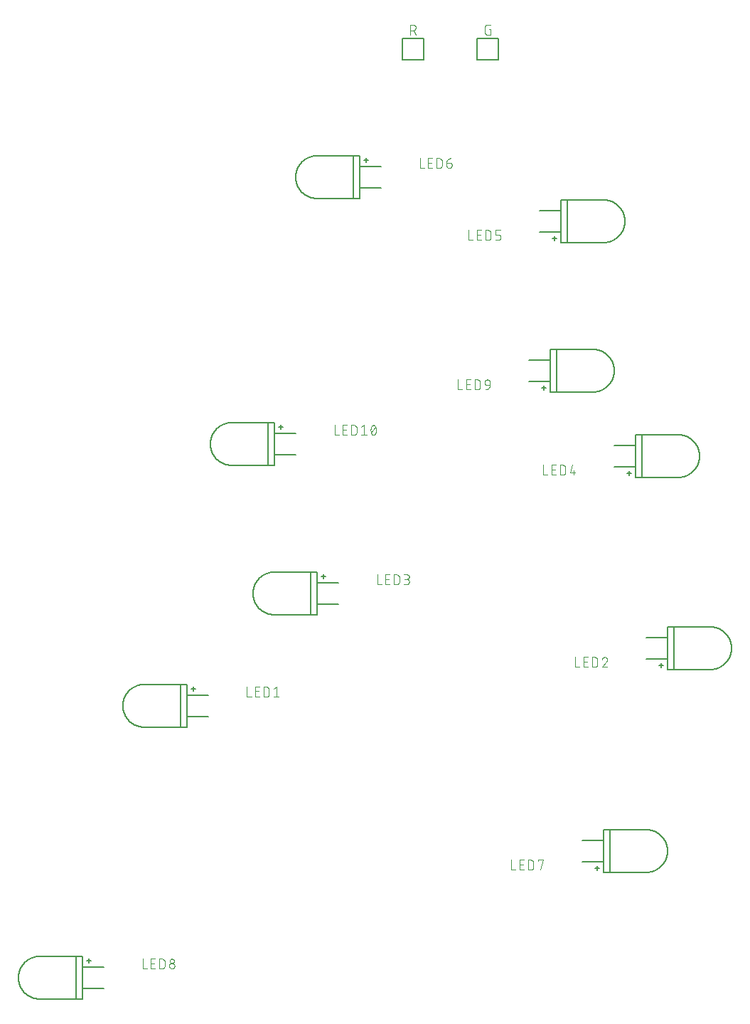
<source format=gbr>
G04 EAGLE Gerber RS-274X export*
G75*
%MOMM*%
%FSLAX34Y34*%
%LPD*%
%INSilkscreen Top*%
%IPPOS*%
%AMOC8*
5,1,8,0,0,1.08239X$1,22.5*%
G01*
%ADD10C,0.127000*%
%ADD11C,0.101600*%
%ADD12C,0.152400*%


D10*
X458100Y1404200D02*
X483500Y1404200D01*
X483500Y1378800D01*
X458100Y1378800D01*
X458100Y1404200D01*
D11*
X472098Y1415009D02*
X474046Y1415009D01*
X474046Y1408518D01*
X470151Y1408518D01*
X470052Y1408520D01*
X469952Y1408526D01*
X469853Y1408535D01*
X469755Y1408548D01*
X469657Y1408565D01*
X469559Y1408586D01*
X469463Y1408611D01*
X469368Y1408639D01*
X469274Y1408671D01*
X469181Y1408706D01*
X469089Y1408745D01*
X468999Y1408788D01*
X468911Y1408833D01*
X468824Y1408883D01*
X468740Y1408935D01*
X468657Y1408991D01*
X468577Y1409049D01*
X468499Y1409111D01*
X468424Y1409176D01*
X468351Y1409244D01*
X468281Y1409314D01*
X468213Y1409387D01*
X468148Y1409462D01*
X468086Y1409540D01*
X468028Y1409620D01*
X467972Y1409703D01*
X467920Y1409787D01*
X467870Y1409874D01*
X467825Y1409962D01*
X467782Y1410052D01*
X467743Y1410144D01*
X467708Y1410237D01*
X467676Y1410331D01*
X467648Y1410426D01*
X467623Y1410522D01*
X467602Y1410620D01*
X467585Y1410718D01*
X467572Y1410816D01*
X467563Y1410915D01*
X467557Y1411015D01*
X467555Y1411114D01*
X467554Y1411114D02*
X467554Y1417606D01*
X467555Y1417606D02*
X467557Y1417705D01*
X467563Y1417805D01*
X467572Y1417904D01*
X467585Y1418002D01*
X467602Y1418100D01*
X467623Y1418198D01*
X467648Y1418294D01*
X467676Y1418389D01*
X467708Y1418483D01*
X467743Y1418576D01*
X467782Y1418668D01*
X467825Y1418758D01*
X467870Y1418846D01*
X467920Y1418933D01*
X467972Y1419017D01*
X468028Y1419100D01*
X468086Y1419180D01*
X468148Y1419258D01*
X468213Y1419333D01*
X468281Y1419406D01*
X468351Y1419476D01*
X468424Y1419544D01*
X468499Y1419609D01*
X468577Y1419671D01*
X468657Y1419729D01*
X468740Y1419785D01*
X468824Y1419837D01*
X468911Y1419887D01*
X468999Y1419932D01*
X469089Y1419975D01*
X469181Y1420014D01*
X469273Y1420049D01*
X469368Y1420081D01*
X469463Y1420109D01*
X469559Y1420134D01*
X469657Y1420155D01*
X469755Y1420172D01*
X469853Y1420185D01*
X469952Y1420194D01*
X470052Y1420200D01*
X470151Y1420202D01*
X474046Y1420202D01*
D10*
X120120Y632960D02*
X120120Y627880D01*
X117580Y630420D02*
X122660Y630420D01*
D12*
X104880Y635500D02*
X61700Y635500D01*
X104880Y635500D02*
X112500Y635500D01*
X112500Y622800D01*
X112500Y597400D01*
X112500Y584700D01*
X104880Y584700D01*
X61700Y584700D01*
X112500Y622800D02*
X137900Y622800D01*
X137900Y597400D02*
X112500Y597400D01*
X61700Y584700D02*
X61081Y584708D01*
X60463Y584730D01*
X59846Y584768D01*
X59230Y584820D01*
X58615Y584888D01*
X58002Y584971D01*
X57391Y585068D01*
X56783Y585181D01*
X56177Y585308D01*
X55575Y585450D01*
X54977Y585606D01*
X54382Y585777D01*
X53792Y585962D01*
X53207Y586162D01*
X52626Y586376D01*
X52051Y586604D01*
X51482Y586846D01*
X50919Y587102D01*
X50362Y587371D01*
X49812Y587654D01*
X49269Y587950D01*
X48733Y588259D01*
X48205Y588581D01*
X47685Y588916D01*
X47173Y589264D01*
X46670Y589624D01*
X46176Y589996D01*
X45691Y590380D01*
X45216Y590776D01*
X44750Y591183D01*
X44294Y591601D01*
X43849Y592030D01*
X43414Y592471D01*
X42991Y592921D01*
X42578Y593382D01*
X42176Y593852D01*
X41787Y594333D01*
X41408Y594822D01*
X41042Y595321D01*
X40689Y595828D01*
X40347Y596344D01*
X40019Y596868D01*
X39703Y597400D01*
X39400Y597939D01*
X39111Y598486D01*
X38835Y599040D01*
X38572Y599600D01*
X38323Y600166D01*
X38088Y600738D01*
X37867Y601316D01*
X37660Y601899D01*
X37468Y602487D01*
X37290Y603079D01*
X37126Y603675D01*
X36977Y604276D01*
X36842Y604880D01*
X36723Y605486D01*
X36618Y606096D01*
X36528Y606708D01*
X36452Y607322D01*
X36392Y607938D01*
X36347Y608555D01*
X36317Y609172D01*
X36302Y609791D01*
X36302Y610409D01*
X36317Y611028D01*
X36347Y611645D01*
X36392Y612262D01*
X36452Y612878D01*
X36528Y613492D01*
X36618Y614104D01*
X36723Y614714D01*
X36842Y615320D01*
X36977Y615924D01*
X37126Y616525D01*
X37290Y617121D01*
X37468Y617713D01*
X37660Y618301D01*
X37867Y618884D01*
X38088Y619462D01*
X38323Y620034D01*
X38572Y620600D01*
X38835Y621160D01*
X39111Y621714D01*
X39400Y622261D01*
X39703Y622800D01*
X40019Y623332D01*
X40347Y623856D01*
X40689Y624372D01*
X41042Y624879D01*
X41408Y625378D01*
X41787Y625867D01*
X42176Y626348D01*
X42578Y626818D01*
X42991Y627279D01*
X43414Y627729D01*
X43849Y628170D01*
X44294Y628599D01*
X44750Y629017D01*
X45216Y629424D01*
X45691Y629820D01*
X46176Y630204D01*
X46670Y630576D01*
X47173Y630936D01*
X47685Y631284D01*
X48205Y631619D01*
X48733Y631941D01*
X49269Y632250D01*
X49812Y632546D01*
X50362Y632829D01*
X50919Y633098D01*
X51482Y633354D01*
X52051Y633596D01*
X52626Y633824D01*
X53207Y634038D01*
X53792Y634238D01*
X54382Y634423D01*
X54977Y634594D01*
X55575Y634750D01*
X56177Y634892D01*
X56783Y635019D01*
X57391Y635132D01*
X58002Y635229D01*
X58615Y635312D01*
X59230Y635380D01*
X59846Y635432D01*
X60463Y635470D01*
X61081Y635492D01*
X61700Y635500D01*
X104880Y635500D02*
X104880Y584700D01*
D11*
X184128Y620768D02*
X184128Y632452D01*
X184128Y620768D02*
X189321Y620768D01*
X194034Y620768D02*
X199227Y620768D01*
X194034Y620768D02*
X194034Y632452D01*
X199227Y632452D01*
X197929Y627259D02*
X194034Y627259D01*
X203917Y632452D02*
X203917Y620768D01*
X203917Y632452D02*
X207163Y632452D01*
X207276Y632450D01*
X207389Y632444D01*
X207502Y632434D01*
X207615Y632420D01*
X207727Y632403D01*
X207838Y632381D01*
X207948Y632356D01*
X208058Y632326D01*
X208166Y632293D01*
X208273Y632256D01*
X208379Y632216D01*
X208483Y632171D01*
X208586Y632123D01*
X208687Y632072D01*
X208786Y632017D01*
X208883Y631959D01*
X208978Y631897D01*
X209071Y631832D01*
X209161Y631764D01*
X209249Y631693D01*
X209335Y631618D01*
X209418Y631541D01*
X209498Y631461D01*
X209575Y631378D01*
X209650Y631292D01*
X209721Y631204D01*
X209789Y631114D01*
X209854Y631021D01*
X209916Y630926D01*
X209974Y630829D01*
X210029Y630730D01*
X210080Y630629D01*
X210128Y630526D01*
X210173Y630422D01*
X210213Y630316D01*
X210250Y630209D01*
X210283Y630101D01*
X210313Y629991D01*
X210338Y629881D01*
X210360Y629770D01*
X210377Y629658D01*
X210391Y629545D01*
X210401Y629432D01*
X210407Y629319D01*
X210409Y629206D01*
X210409Y624014D01*
X210407Y623901D01*
X210401Y623788D01*
X210391Y623675D01*
X210377Y623562D01*
X210360Y623450D01*
X210338Y623339D01*
X210313Y623229D01*
X210283Y623119D01*
X210250Y623011D01*
X210213Y622904D01*
X210173Y622798D01*
X210128Y622694D01*
X210080Y622591D01*
X210029Y622490D01*
X209974Y622391D01*
X209916Y622294D01*
X209854Y622199D01*
X209789Y622106D01*
X209721Y622016D01*
X209650Y621928D01*
X209575Y621842D01*
X209498Y621759D01*
X209418Y621679D01*
X209335Y621602D01*
X209249Y621527D01*
X209161Y621456D01*
X209071Y621388D01*
X208978Y621323D01*
X208883Y621261D01*
X208786Y621203D01*
X208687Y621148D01*
X208586Y621097D01*
X208483Y621049D01*
X208379Y621004D01*
X208273Y620964D01*
X208166Y620927D01*
X208058Y620894D01*
X207948Y620864D01*
X207838Y620839D01*
X207727Y620817D01*
X207615Y620800D01*
X207502Y620786D01*
X207389Y620776D01*
X207276Y620770D01*
X207163Y620768D01*
X203917Y620768D01*
X215728Y629856D02*
X218974Y632452D01*
X218974Y620768D01*
X222219Y620768D02*
X215728Y620768D01*
D10*
X224420Y939380D02*
X224420Y944460D01*
X221880Y941920D02*
X226960Y941920D01*
D12*
X209180Y947000D02*
X166000Y947000D01*
X209180Y947000D02*
X216800Y947000D01*
X216800Y934300D01*
X216800Y908900D01*
X216800Y896200D01*
X209180Y896200D01*
X166000Y896200D01*
X216800Y934300D02*
X242200Y934300D01*
X242200Y908900D02*
X216800Y908900D01*
X166000Y896200D02*
X165381Y896208D01*
X164763Y896230D01*
X164146Y896268D01*
X163530Y896320D01*
X162915Y896388D01*
X162302Y896471D01*
X161691Y896568D01*
X161083Y896681D01*
X160477Y896808D01*
X159875Y896950D01*
X159277Y897106D01*
X158682Y897277D01*
X158092Y897462D01*
X157507Y897662D01*
X156926Y897876D01*
X156351Y898104D01*
X155782Y898346D01*
X155219Y898602D01*
X154662Y898871D01*
X154112Y899154D01*
X153569Y899450D01*
X153033Y899759D01*
X152505Y900081D01*
X151985Y900416D01*
X151473Y900764D01*
X150970Y901124D01*
X150476Y901496D01*
X149991Y901880D01*
X149516Y902276D01*
X149050Y902683D01*
X148594Y903101D01*
X148149Y903530D01*
X147714Y903971D01*
X147291Y904421D01*
X146878Y904882D01*
X146476Y905352D01*
X146087Y905833D01*
X145708Y906322D01*
X145342Y906821D01*
X144989Y907328D01*
X144647Y907844D01*
X144319Y908368D01*
X144003Y908900D01*
X143700Y909439D01*
X143411Y909986D01*
X143135Y910540D01*
X142872Y911100D01*
X142623Y911666D01*
X142388Y912238D01*
X142167Y912816D01*
X141960Y913399D01*
X141768Y913987D01*
X141590Y914579D01*
X141426Y915175D01*
X141277Y915776D01*
X141142Y916380D01*
X141023Y916986D01*
X140918Y917596D01*
X140828Y918208D01*
X140752Y918822D01*
X140692Y919438D01*
X140647Y920055D01*
X140617Y920672D01*
X140602Y921291D01*
X140602Y921909D01*
X140617Y922528D01*
X140647Y923145D01*
X140692Y923762D01*
X140752Y924378D01*
X140828Y924992D01*
X140918Y925604D01*
X141023Y926214D01*
X141142Y926820D01*
X141277Y927424D01*
X141426Y928025D01*
X141590Y928621D01*
X141768Y929213D01*
X141960Y929801D01*
X142167Y930384D01*
X142388Y930962D01*
X142623Y931534D01*
X142872Y932100D01*
X143135Y932660D01*
X143411Y933214D01*
X143700Y933761D01*
X144003Y934300D01*
X144319Y934832D01*
X144647Y935356D01*
X144989Y935872D01*
X145342Y936379D01*
X145708Y936878D01*
X146087Y937367D01*
X146476Y937848D01*
X146878Y938318D01*
X147291Y938779D01*
X147714Y939229D01*
X148149Y939670D01*
X148594Y940099D01*
X149050Y940517D01*
X149516Y940924D01*
X149991Y941320D01*
X150476Y941704D01*
X150970Y942076D01*
X151473Y942436D01*
X151985Y942784D01*
X152505Y943119D01*
X153033Y943441D01*
X153569Y943750D01*
X154112Y944046D01*
X154662Y944329D01*
X155219Y944598D01*
X155782Y944854D01*
X156351Y945096D01*
X156926Y945324D01*
X157507Y945538D01*
X158092Y945738D01*
X158682Y945923D01*
X159277Y946094D01*
X159875Y946250D01*
X160477Y946392D01*
X161083Y946519D01*
X161691Y946632D01*
X162302Y946729D01*
X162915Y946812D01*
X163530Y946880D01*
X164146Y946932D01*
X164763Y946970D01*
X165381Y946992D01*
X166000Y947000D01*
X209180Y947000D02*
X209180Y896200D01*
D11*
X288428Y932268D02*
X288428Y943952D01*
X288428Y932268D02*
X293621Y932268D01*
X298334Y932268D02*
X303527Y932268D01*
X298334Y932268D02*
X298334Y943952D01*
X303527Y943952D01*
X302229Y938759D02*
X298334Y938759D01*
X308217Y943952D02*
X308217Y932268D01*
X308217Y943952D02*
X311463Y943952D01*
X311576Y943950D01*
X311689Y943944D01*
X311802Y943934D01*
X311915Y943920D01*
X312027Y943903D01*
X312138Y943881D01*
X312248Y943856D01*
X312358Y943826D01*
X312466Y943793D01*
X312573Y943756D01*
X312679Y943716D01*
X312783Y943671D01*
X312886Y943623D01*
X312987Y943572D01*
X313086Y943517D01*
X313183Y943459D01*
X313278Y943397D01*
X313371Y943332D01*
X313461Y943264D01*
X313549Y943193D01*
X313635Y943118D01*
X313718Y943041D01*
X313798Y942961D01*
X313875Y942878D01*
X313950Y942792D01*
X314021Y942704D01*
X314089Y942614D01*
X314154Y942521D01*
X314216Y942426D01*
X314274Y942329D01*
X314329Y942230D01*
X314380Y942129D01*
X314428Y942026D01*
X314473Y941922D01*
X314513Y941816D01*
X314550Y941709D01*
X314583Y941601D01*
X314613Y941491D01*
X314638Y941381D01*
X314660Y941270D01*
X314677Y941158D01*
X314691Y941045D01*
X314701Y940932D01*
X314707Y940819D01*
X314709Y940706D01*
X314709Y935514D01*
X314707Y935401D01*
X314701Y935288D01*
X314691Y935175D01*
X314677Y935062D01*
X314660Y934950D01*
X314638Y934839D01*
X314613Y934729D01*
X314583Y934619D01*
X314550Y934511D01*
X314513Y934404D01*
X314473Y934298D01*
X314428Y934194D01*
X314380Y934091D01*
X314329Y933990D01*
X314274Y933891D01*
X314216Y933794D01*
X314154Y933699D01*
X314089Y933606D01*
X314021Y933516D01*
X313950Y933428D01*
X313875Y933342D01*
X313798Y933259D01*
X313718Y933179D01*
X313635Y933102D01*
X313549Y933027D01*
X313461Y932956D01*
X313371Y932888D01*
X313278Y932823D01*
X313183Y932761D01*
X313086Y932703D01*
X312987Y932648D01*
X312886Y932597D01*
X312783Y932549D01*
X312679Y932504D01*
X312573Y932464D01*
X312466Y932427D01*
X312358Y932394D01*
X312248Y932364D01*
X312138Y932339D01*
X312027Y932317D01*
X311915Y932300D01*
X311802Y932286D01*
X311689Y932276D01*
X311576Y932270D01*
X311463Y932268D01*
X308217Y932268D01*
X320028Y941356D02*
X323274Y943952D01*
X323274Y932268D01*
X326519Y932268D02*
X320028Y932268D01*
X331459Y938110D02*
X331462Y938340D01*
X331470Y938570D01*
X331484Y938799D01*
X331503Y939028D01*
X331528Y939257D01*
X331558Y939484D01*
X331593Y939712D01*
X331634Y939938D01*
X331680Y940163D01*
X331732Y940387D01*
X331789Y940609D01*
X331851Y940831D01*
X331919Y941050D01*
X331992Y941268D01*
X332070Y941485D01*
X332153Y941699D01*
X332241Y941911D01*
X332334Y942121D01*
X332433Y942329D01*
X332432Y942329D02*
X332465Y942419D01*
X332501Y942508D01*
X332541Y942596D01*
X332585Y942681D01*
X332632Y942765D01*
X332682Y942847D01*
X332736Y942927D01*
X332792Y943004D01*
X332852Y943080D01*
X332915Y943153D01*
X332980Y943223D01*
X333049Y943291D01*
X333120Y943355D01*
X333193Y943417D01*
X333269Y943476D01*
X333347Y943532D01*
X333428Y943585D01*
X333510Y943634D01*
X333594Y943680D01*
X333681Y943723D01*
X333768Y943762D01*
X333858Y943798D01*
X333948Y943830D01*
X334040Y943858D01*
X334133Y943883D01*
X334227Y943904D01*
X334321Y943921D01*
X334416Y943935D01*
X334512Y943944D01*
X334608Y943950D01*
X334704Y943952D01*
X334800Y943950D01*
X334896Y943944D01*
X334992Y943935D01*
X335087Y943921D01*
X335181Y943904D01*
X335275Y943883D01*
X335368Y943858D01*
X335460Y943830D01*
X335550Y943798D01*
X335640Y943762D01*
X335727Y943723D01*
X335814Y943680D01*
X335898Y943634D01*
X335980Y943585D01*
X336061Y943532D01*
X336139Y943476D01*
X336215Y943417D01*
X336288Y943355D01*
X336359Y943291D01*
X336428Y943223D01*
X336493Y943153D01*
X336556Y943080D01*
X336616Y943004D01*
X336672Y942927D01*
X336726Y942847D01*
X336776Y942765D01*
X336823Y942681D01*
X336867Y942596D01*
X336907Y942508D01*
X336943Y942419D01*
X336976Y942329D01*
X337075Y942122D01*
X337168Y941912D01*
X337256Y941699D01*
X337339Y941485D01*
X337417Y941269D01*
X337490Y941051D01*
X337558Y940831D01*
X337620Y940610D01*
X337677Y940387D01*
X337729Y940163D01*
X337775Y939938D01*
X337816Y939712D01*
X337851Y939485D01*
X337881Y939257D01*
X337906Y939028D01*
X337925Y938799D01*
X337939Y938570D01*
X337947Y938340D01*
X337950Y938110D01*
X331458Y938110D02*
X331461Y937880D01*
X331469Y937650D01*
X331483Y937421D01*
X331502Y937192D01*
X331527Y936963D01*
X331557Y936735D01*
X331592Y936508D01*
X331633Y936282D01*
X331679Y936057D01*
X331731Y935833D01*
X331788Y935610D01*
X331850Y935389D01*
X331918Y935169D01*
X331991Y934951D01*
X332069Y934735D01*
X332152Y934521D01*
X332240Y934309D01*
X332333Y934098D01*
X332432Y933891D01*
X332465Y933801D01*
X332501Y933712D01*
X332542Y933624D01*
X332585Y933539D01*
X332632Y933455D01*
X332682Y933373D01*
X332736Y933293D01*
X332792Y933216D01*
X332852Y933140D01*
X332915Y933067D01*
X332980Y932997D01*
X333049Y932929D01*
X333120Y932865D01*
X333193Y932803D01*
X333269Y932744D01*
X333347Y932688D01*
X333428Y932635D01*
X333510Y932586D01*
X333594Y932540D01*
X333681Y932497D01*
X333768Y932458D01*
X333858Y932422D01*
X333948Y932390D01*
X334040Y932362D01*
X334133Y932337D01*
X334227Y932316D01*
X334321Y932299D01*
X334416Y932285D01*
X334512Y932276D01*
X334608Y932270D01*
X334704Y932268D01*
X336976Y933891D02*
X337075Y934098D01*
X337168Y934309D01*
X337256Y934521D01*
X337339Y934735D01*
X337417Y934951D01*
X337490Y935169D01*
X337558Y935389D01*
X337620Y935610D01*
X337677Y935833D01*
X337729Y936057D01*
X337775Y936282D01*
X337816Y936508D01*
X337851Y936735D01*
X337881Y936963D01*
X337906Y937192D01*
X337925Y937421D01*
X337939Y937650D01*
X337947Y937880D01*
X337950Y938110D01*
X336976Y933891D02*
X336943Y933801D01*
X336907Y933712D01*
X336867Y933624D01*
X336823Y933539D01*
X336776Y933455D01*
X336726Y933373D01*
X336672Y933293D01*
X336616Y933216D01*
X336556Y933140D01*
X336493Y933067D01*
X336428Y932997D01*
X336359Y932929D01*
X336288Y932865D01*
X336215Y932803D01*
X336139Y932744D01*
X336061Y932688D01*
X335980Y932635D01*
X335898Y932586D01*
X335814Y932540D01*
X335727Y932497D01*
X335640Y932458D01*
X335550Y932422D01*
X335460Y932390D01*
X335368Y932362D01*
X335275Y932337D01*
X335181Y932316D01*
X335087Y932299D01*
X334992Y932285D01*
X334896Y932276D01*
X334800Y932270D01*
X334704Y932268D01*
X332107Y934864D02*
X337300Y941356D01*
D10*
X677280Y660820D02*
X677280Y655740D01*
X679820Y658280D02*
X674740Y658280D01*
D12*
X692520Y653200D02*
X735700Y653200D01*
X692520Y653200D02*
X684900Y653200D01*
X684900Y665900D01*
X684900Y691300D01*
X684900Y704000D01*
X692520Y704000D01*
X735700Y704000D01*
X684900Y665900D02*
X659500Y665900D01*
X659500Y691300D02*
X684900Y691300D01*
X735700Y704000D02*
X736319Y703992D01*
X736937Y703970D01*
X737554Y703932D01*
X738170Y703880D01*
X738785Y703812D01*
X739398Y703729D01*
X740009Y703632D01*
X740617Y703519D01*
X741223Y703392D01*
X741825Y703250D01*
X742423Y703094D01*
X743018Y702923D01*
X743608Y702738D01*
X744193Y702538D01*
X744774Y702324D01*
X745349Y702096D01*
X745918Y701854D01*
X746481Y701598D01*
X747038Y701329D01*
X747588Y701046D01*
X748131Y700750D01*
X748667Y700441D01*
X749195Y700119D01*
X749715Y699784D01*
X750227Y699436D01*
X750730Y699076D01*
X751224Y698704D01*
X751709Y698320D01*
X752184Y697924D01*
X752650Y697517D01*
X753106Y697099D01*
X753551Y696670D01*
X753986Y696229D01*
X754409Y695779D01*
X754822Y695318D01*
X755224Y694848D01*
X755613Y694367D01*
X755992Y693878D01*
X756358Y693379D01*
X756711Y692872D01*
X757053Y692356D01*
X757381Y691832D01*
X757697Y691300D01*
X758000Y690761D01*
X758289Y690214D01*
X758565Y689660D01*
X758828Y689100D01*
X759077Y688534D01*
X759312Y687962D01*
X759533Y687384D01*
X759740Y686801D01*
X759932Y686213D01*
X760110Y685621D01*
X760274Y685025D01*
X760423Y684424D01*
X760558Y683820D01*
X760677Y683214D01*
X760782Y682604D01*
X760872Y681992D01*
X760948Y681378D01*
X761008Y680762D01*
X761053Y680145D01*
X761083Y679528D01*
X761098Y678909D01*
X761098Y678291D01*
X761083Y677672D01*
X761053Y677055D01*
X761008Y676438D01*
X760948Y675822D01*
X760872Y675208D01*
X760782Y674596D01*
X760677Y673986D01*
X760558Y673380D01*
X760423Y672776D01*
X760274Y672175D01*
X760110Y671579D01*
X759932Y670987D01*
X759740Y670399D01*
X759533Y669816D01*
X759312Y669238D01*
X759077Y668666D01*
X758828Y668100D01*
X758565Y667540D01*
X758289Y666986D01*
X758000Y666439D01*
X757697Y665900D01*
X757381Y665368D01*
X757053Y664844D01*
X756711Y664328D01*
X756358Y663821D01*
X755992Y663322D01*
X755613Y662833D01*
X755224Y662352D01*
X754822Y661882D01*
X754409Y661421D01*
X753986Y660971D01*
X753551Y660530D01*
X753106Y660101D01*
X752650Y659683D01*
X752184Y659276D01*
X751709Y658880D01*
X751224Y658496D01*
X750730Y658124D01*
X750227Y657764D01*
X749715Y657416D01*
X749195Y657081D01*
X748667Y656759D01*
X748131Y656450D01*
X747588Y656154D01*
X747038Y655871D01*
X746481Y655602D01*
X745918Y655346D01*
X745349Y655104D01*
X744774Y654876D01*
X744193Y654662D01*
X743608Y654462D01*
X743018Y654277D01*
X742423Y654106D01*
X741825Y653950D01*
X741223Y653808D01*
X740617Y653681D01*
X740009Y653568D01*
X739398Y653471D01*
X738785Y653388D01*
X738170Y653320D01*
X737554Y653268D01*
X736937Y653230D01*
X736319Y653208D01*
X735700Y653200D01*
X692520Y653200D02*
X692520Y704000D01*
D11*
X575181Y667932D02*
X575181Y656248D01*
X580373Y656248D01*
X585087Y656248D02*
X590279Y656248D01*
X585087Y656248D02*
X585087Y667932D01*
X590279Y667932D01*
X588981Y662739D02*
X585087Y662739D01*
X594970Y667932D02*
X594970Y656248D01*
X594970Y667932D02*
X598215Y667932D01*
X598328Y667930D01*
X598441Y667924D01*
X598554Y667914D01*
X598667Y667900D01*
X598779Y667883D01*
X598890Y667861D01*
X599000Y667836D01*
X599110Y667806D01*
X599218Y667773D01*
X599325Y667736D01*
X599431Y667696D01*
X599535Y667651D01*
X599638Y667603D01*
X599739Y667552D01*
X599838Y667497D01*
X599935Y667439D01*
X600030Y667377D01*
X600123Y667312D01*
X600213Y667244D01*
X600301Y667173D01*
X600387Y667098D01*
X600470Y667021D01*
X600550Y666941D01*
X600627Y666858D01*
X600702Y666772D01*
X600773Y666684D01*
X600841Y666594D01*
X600906Y666501D01*
X600968Y666406D01*
X601026Y666309D01*
X601081Y666210D01*
X601132Y666109D01*
X601180Y666006D01*
X601225Y665902D01*
X601265Y665796D01*
X601302Y665689D01*
X601335Y665581D01*
X601365Y665471D01*
X601390Y665361D01*
X601412Y665250D01*
X601429Y665138D01*
X601443Y665025D01*
X601453Y664912D01*
X601459Y664799D01*
X601461Y664686D01*
X601461Y659494D01*
X601462Y659494D02*
X601460Y659381D01*
X601454Y659268D01*
X601444Y659155D01*
X601430Y659042D01*
X601413Y658930D01*
X601391Y658819D01*
X601366Y658709D01*
X601336Y658599D01*
X601303Y658491D01*
X601266Y658384D01*
X601226Y658278D01*
X601181Y658174D01*
X601133Y658071D01*
X601082Y657970D01*
X601027Y657871D01*
X600969Y657774D01*
X600907Y657679D01*
X600842Y657586D01*
X600774Y657496D01*
X600703Y657408D01*
X600628Y657322D01*
X600551Y657239D01*
X600471Y657159D01*
X600388Y657082D01*
X600302Y657007D01*
X600214Y656936D01*
X600124Y656868D01*
X600031Y656803D01*
X599936Y656741D01*
X599839Y656683D01*
X599740Y656628D01*
X599639Y656577D01*
X599536Y656529D01*
X599432Y656484D01*
X599326Y656444D01*
X599219Y656407D01*
X599111Y656374D01*
X599001Y656344D01*
X598891Y656319D01*
X598780Y656297D01*
X598668Y656280D01*
X598555Y656266D01*
X598442Y656256D01*
X598329Y656250D01*
X598216Y656248D01*
X598215Y656248D02*
X594970Y656248D01*
X610351Y667932D02*
X610458Y667930D01*
X610564Y667924D01*
X610670Y667914D01*
X610776Y667901D01*
X610882Y667883D01*
X610986Y667862D01*
X611090Y667837D01*
X611193Y667808D01*
X611294Y667776D01*
X611394Y667739D01*
X611493Y667699D01*
X611591Y667656D01*
X611687Y667609D01*
X611781Y667558D01*
X611873Y667504D01*
X611963Y667447D01*
X612051Y667387D01*
X612136Y667323D01*
X612219Y667256D01*
X612300Y667186D01*
X612378Y667114D01*
X612454Y667038D01*
X612526Y666960D01*
X612596Y666879D01*
X612663Y666796D01*
X612727Y666711D01*
X612787Y666623D01*
X612844Y666533D01*
X612898Y666441D01*
X612949Y666347D01*
X612996Y666251D01*
X613039Y666153D01*
X613079Y666054D01*
X613116Y665954D01*
X613148Y665853D01*
X613177Y665750D01*
X613202Y665646D01*
X613223Y665542D01*
X613241Y665436D01*
X613254Y665330D01*
X613264Y665224D01*
X613270Y665118D01*
X613272Y665011D01*
X610351Y667932D02*
X610230Y667930D01*
X610109Y667924D01*
X609989Y667914D01*
X609868Y667901D01*
X609749Y667883D01*
X609629Y667862D01*
X609511Y667837D01*
X609394Y667808D01*
X609277Y667775D01*
X609162Y667739D01*
X609048Y667698D01*
X608935Y667655D01*
X608823Y667607D01*
X608714Y667556D01*
X608606Y667501D01*
X608499Y667443D01*
X608395Y667382D01*
X608293Y667317D01*
X608193Y667249D01*
X608095Y667178D01*
X607999Y667104D01*
X607906Y667027D01*
X607816Y666946D01*
X607728Y666863D01*
X607643Y666777D01*
X607560Y666688D01*
X607481Y666597D01*
X607404Y666503D01*
X607331Y666407D01*
X607261Y666309D01*
X607194Y666208D01*
X607130Y666105D01*
X607070Y666000D01*
X607013Y665893D01*
X606959Y665785D01*
X606909Y665675D01*
X606863Y665563D01*
X606820Y665450D01*
X606781Y665335D01*
X612299Y662739D02*
X612378Y662816D01*
X612454Y662897D01*
X612527Y662980D01*
X612597Y663065D01*
X612664Y663153D01*
X612728Y663243D01*
X612788Y663335D01*
X612845Y663430D01*
X612899Y663526D01*
X612950Y663624D01*
X612997Y663724D01*
X613041Y663826D01*
X613081Y663929D01*
X613117Y664033D01*
X613149Y664139D01*
X613178Y664245D01*
X613203Y664353D01*
X613225Y664461D01*
X613242Y664571D01*
X613256Y664680D01*
X613265Y664790D01*
X613271Y664901D01*
X613273Y665011D01*
X612298Y662739D02*
X606781Y656248D01*
X613272Y656248D01*
D10*
X275220Y761580D02*
X275220Y766660D01*
X272680Y764120D02*
X277760Y764120D01*
D12*
X259980Y769200D02*
X216800Y769200D01*
X259980Y769200D02*
X267600Y769200D01*
X267600Y756500D01*
X267600Y731100D01*
X267600Y718400D01*
X259980Y718400D01*
X216800Y718400D01*
X267600Y756500D02*
X293000Y756500D01*
X293000Y731100D02*
X267600Y731100D01*
X216800Y718400D02*
X216181Y718408D01*
X215563Y718430D01*
X214946Y718468D01*
X214330Y718520D01*
X213715Y718588D01*
X213102Y718671D01*
X212491Y718768D01*
X211883Y718881D01*
X211277Y719008D01*
X210675Y719150D01*
X210077Y719306D01*
X209482Y719477D01*
X208892Y719662D01*
X208307Y719862D01*
X207726Y720076D01*
X207151Y720304D01*
X206582Y720546D01*
X206019Y720802D01*
X205462Y721071D01*
X204912Y721354D01*
X204369Y721650D01*
X203833Y721959D01*
X203305Y722281D01*
X202785Y722616D01*
X202273Y722964D01*
X201770Y723324D01*
X201276Y723696D01*
X200791Y724080D01*
X200316Y724476D01*
X199850Y724883D01*
X199394Y725301D01*
X198949Y725730D01*
X198514Y726171D01*
X198091Y726621D01*
X197678Y727082D01*
X197276Y727552D01*
X196887Y728033D01*
X196508Y728522D01*
X196142Y729021D01*
X195789Y729528D01*
X195447Y730044D01*
X195119Y730568D01*
X194803Y731100D01*
X194500Y731639D01*
X194211Y732186D01*
X193935Y732740D01*
X193672Y733300D01*
X193423Y733866D01*
X193188Y734438D01*
X192967Y735016D01*
X192760Y735599D01*
X192568Y736187D01*
X192390Y736779D01*
X192226Y737375D01*
X192077Y737976D01*
X191942Y738580D01*
X191823Y739186D01*
X191718Y739796D01*
X191628Y740408D01*
X191552Y741022D01*
X191492Y741638D01*
X191447Y742255D01*
X191417Y742872D01*
X191402Y743491D01*
X191402Y744109D01*
X191417Y744728D01*
X191447Y745345D01*
X191492Y745962D01*
X191552Y746578D01*
X191628Y747192D01*
X191718Y747804D01*
X191823Y748414D01*
X191942Y749020D01*
X192077Y749624D01*
X192226Y750225D01*
X192390Y750821D01*
X192568Y751413D01*
X192760Y752001D01*
X192967Y752584D01*
X193188Y753162D01*
X193423Y753734D01*
X193672Y754300D01*
X193935Y754860D01*
X194211Y755414D01*
X194500Y755961D01*
X194803Y756500D01*
X195119Y757032D01*
X195447Y757556D01*
X195789Y758072D01*
X196142Y758579D01*
X196508Y759078D01*
X196887Y759567D01*
X197276Y760048D01*
X197678Y760518D01*
X198091Y760979D01*
X198514Y761429D01*
X198949Y761870D01*
X199394Y762299D01*
X199850Y762717D01*
X200316Y763124D01*
X200791Y763520D01*
X201276Y763904D01*
X201770Y764276D01*
X202273Y764636D01*
X202785Y764984D01*
X203305Y765319D01*
X203833Y765641D01*
X204369Y765950D01*
X204912Y766246D01*
X205462Y766529D01*
X206019Y766798D01*
X206582Y767054D01*
X207151Y767296D01*
X207726Y767524D01*
X208307Y767738D01*
X208892Y767938D01*
X209482Y768123D01*
X210077Y768294D01*
X210675Y768450D01*
X211277Y768592D01*
X211883Y768719D01*
X212491Y768832D01*
X213102Y768929D01*
X213715Y769012D01*
X214330Y769080D01*
X214946Y769132D01*
X215563Y769170D01*
X216181Y769192D01*
X216800Y769200D01*
X259980Y769200D02*
X259980Y718400D01*
D11*
X339228Y754468D02*
X339228Y766152D01*
X339228Y754468D02*
X344421Y754468D01*
X349134Y754468D02*
X354327Y754468D01*
X349134Y754468D02*
X349134Y766152D01*
X354327Y766152D01*
X353029Y760959D02*
X349134Y760959D01*
X359017Y766152D02*
X359017Y754468D01*
X359017Y766152D02*
X362263Y766152D01*
X362376Y766150D01*
X362489Y766144D01*
X362602Y766134D01*
X362715Y766120D01*
X362827Y766103D01*
X362938Y766081D01*
X363048Y766056D01*
X363158Y766026D01*
X363266Y765993D01*
X363373Y765956D01*
X363479Y765916D01*
X363583Y765871D01*
X363686Y765823D01*
X363787Y765772D01*
X363886Y765717D01*
X363983Y765659D01*
X364078Y765597D01*
X364171Y765532D01*
X364261Y765464D01*
X364349Y765393D01*
X364435Y765318D01*
X364518Y765241D01*
X364598Y765161D01*
X364675Y765078D01*
X364750Y764992D01*
X364821Y764904D01*
X364889Y764814D01*
X364954Y764721D01*
X365016Y764626D01*
X365074Y764529D01*
X365129Y764430D01*
X365180Y764329D01*
X365228Y764226D01*
X365273Y764122D01*
X365313Y764016D01*
X365350Y763909D01*
X365383Y763801D01*
X365413Y763691D01*
X365438Y763581D01*
X365460Y763470D01*
X365477Y763358D01*
X365491Y763245D01*
X365501Y763132D01*
X365507Y763019D01*
X365509Y762906D01*
X365509Y757714D01*
X365507Y757601D01*
X365501Y757488D01*
X365491Y757375D01*
X365477Y757262D01*
X365460Y757150D01*
X365438Y757039D01*
X365413Y756929D01*
X365383Y756819D01*
X365350Y756711D01*
X365313Y756604D01*
X365273Y756498D01*
X365228Y756394D01*
X365180Y756291D01*
X365129Y756190D01*
X365074Y756091D01*
X365016Y755994D01*
X364954Y755899D01*
X364889Y755806D01*
X364821Y755716D01*
X364750Y755628D01*
X364675Y755542D01*
X364598Y755459D01*
X364518Y755379D01*
X364435Y755302D01*
X364349Y755227D01*
X364261Y755156D01*
X364171Y755088D01*
X364078Y755023D01*
X363983Y754961D01*
X363886Y754903D01*
X363787Y754848D01*
X363686Y754797D01*
X363583Y754749D01*
X363479Y754704D01*
X363373Y754664D01*
X363266Y754627D01*
X363158Y754594D01*
X363048Y754564D01*
X362938Y754539D01*
X362827Y754517D01*
X362715Y754500D01*
X362602Y754486D01*
X362489Y754476D01*
X362376Y754470D01*
X362263Y754468D01*
X359017Y754468D01*
X370828Y754468D02*
X374074Y754468D01*
X374187Y754470D01*
X374300Y754476D01*
X374413Y754486D01*
X374526Y754500D01*
X374638Y754517D01*
X374749Y754539D01*
X374859Y754564D01*
X374969Y754594D01*
X375077Y754627D01*
X375184Y754664D01*
X375290Y754704D01*
X375394Y754749D01*
X375497Y754797D01*
X375598Y754848D01*
X375697Y754903D01*
X375794Y754961D01*
X375889Y755023D01*
X375982Y755088D01*
X376072Y755156D01*
X376160Y755227D01*
X376246Y755302D01*
X376329Y755379D01*
X376409Y755459D01*
X376486Y755542D01*
X376561Y755628D01*
X376632Y755716D01*
X376700Y755806D01*
X376765Y755899D01*
X376827Y755994D01*
X376885Y756091D01*
X376940Y756190D01*
X376991Y756291D01*
X377039Y756394D01*
X377084Y756498D01*
X377124Y756604D01*
X377161Y756711D01*
X377194Y756819D01*
X377224Y756929D01*
X377249Y757039D01*
X377271Y757150D01*
X377288Y757262D01*
X377302Y757375D01*
X377312Y757488D01*
X377318Y757601D01*
X377320Y757714D01*
X377318Y757827D01*
X377312Y757940D01*
X377302Y758053D01*
X377288Y758166D01*
X377271Y758278D01*
X377249Y758389D01*
X377224Y758499D01*
X377194Y758609D01*
X377161Y758717D01*
X377124Y758824D01*
X377084Y758930D01*
X377039Y759034D01*
X376991Y759137D01*
X376940Y759238D01*
X376885Y759337D01*
X376827Y759434D01*
X376765Y759529D01*
X376700Y759622D01*
X376632Y759712D01*
X376561Y759800D01*
X376486Y759886D01*
X376409Y759969D01*
X376329Y760049D01*
X376246Y760126D01*
X376160Y760201D01*
X376072Y760272D01*
X375982Y760340D01*
X375889Y760405D01*
X375794Y760467D01*
X375697Y760525D01*
X375598Y760580D01*
X375497Y760631D01*
X375394Y760679D01*
X375290Y760724D01*
X375184Y760764D01*
X375077Y760801D01*
X374969Y760834D01*
X374859Y760864D01*
X374749Y760889D01*
X374638Y760911D01*
X374526Y760928D01*
X374413Y760942D01*
X374300Y760952D01*
X374187Y760958D01*
X374074Y760960D01*
X374723Y766152D02*
X370828Y766152D01*
X374723Y766152D02*
X374824Y766150D01*
X374924Y766144D01*
X375024Y766134D01*
X375124Y766121D01*
X375223Y766103D01*
X375322Y766082D01*
X375419Y766057D01*
X375516Y766028D01*
X375611Y765995D01*
X375705Y765959D01*
X375797Y765919D01*
X375888Y765876D01*
X375977Y765829D01*
X376064Y765779D01*
X376150Y765725D01*
X376233Y765668D01*
X376313Y765608D01*
X376392Y765545D01*
X376468Y765478D01*
X376541Y765409D01*
X376611Y765337D01*
X376679Y765263D01*
X376744Y765186D01*
X376805Y765106D01*
X376864Y765024D01*
X376919Y764940D01*
X376971Y764854D01*
X377020Y764766D01*
X377065Y764676D01*
X377107Y764584D01*
X377145Y764491D01*
X377179Y764396D01*
X377210Y764301D01*
X377237Y764204D01*
X377260Y764106D01*
X377280Y764007D01*
X377295Y763907D01*
X377307Y763807D01*
X377315Y763707D01*
X377319Y763606D01*
X377319Y763506D01*
X377315Y763405D01*
X377307Y763305D01*
X377295Y763205D01*
X377280Y763105D01*
X377260Y763006D01*
X377237Y762908D01*
X377210Y762811D01*
X377179Y762716D01*
X377145Y762621D01*
X377107Y762528D01*
X377065Y762436D01*
X377020Y762346D01*
X376971Y762258D01*
X376919Y762172D01*
X376864Y762088D01*
X376805Y762006D01*
X376744Y761926D01*
X376679Y761849D01*
X376611Y761775D01*
X376541Y761703D01*
X376468Y761634D01*
X376392Y761567D01*
X376313Y761504D01*
X376233Y761444D01*
X376150Y761387D01*
X376064Y761333D01*
X375977Y761283D01*
X375888Y761236D01*
X375797Y761193D01*
X375705Y761153D01*
X375611Y761117D01*
X375516Y761084D01*
X375419Y761055D01*
X375322Y761030D01*
X375223Y761009D01*
X375124Y760991D01*
X375024Y760978D01*
X374924Y760968D01*
X374824Y760962D01*
X374723Y760960D01*
X374723Y760959D02*
X372127Y760959D01*
D10*
X639180Y884340D02*
X639180Y889420D01*
X641720Y886880D02*
X636640Y886880D01*
D12*
X654420Y881800D02*
X697600Y881800D01*
X654420Y881800D02*
X646800Y881800D01*
X646800Y894500D01*
X646800Y919900D01*
X646800Y932600D01*
X654420Y932600D01*
X697600Y932600D01*
X646800Y894500D02*
X621400Y894500D01*
X621400Y919900D02*
X646800Y919900D01*
X697600Y932600D02*
X698219Y932592D01*
X698837Y932570D01*
X699454Y932532D01*
X700070Y932480D01*
X700685Y932412D01*
X701298Y932329D01*
X701909Y932232D01*
X702517Y932119D01*
X703123Y931992D01*
X703725Y931850D01*
X704323Y931694D01*
X704918Y931523D01*
X705508Y931338D01*
X706093Y931138D01*
X706674Y930924D01*
X707249Y930696D01*
X707818Y930454D01*
X708381Y930198D01*
X708938Y929929D01*
X709488Y929646D01*
X710031Y929350D01*
X710567Y929041D01*
X711095Y928719D01*
X711615Y928384D01*
X712127Y928036D01*
X712630Y927676D01*
X713124Y927304D01*
X713609Y926920D01*
X714084Y926524D01*
X714550Y926117D01*
X715006Y925699D01*
X715451Y925270D01*
X715886Y924829D01*
X716309Y924379D01*
X716722Y923918D01*
X717124Y923448D01*
X717513Y922967D01*
X717892Y922478D01*
X718258Y921979D01*
X718611Y921472D01*
X718953Y920956D01*
X719281Y920432D01*
X719597Y919900D01*
X719900Y919361D01*
X720189Y918814D01*
X720465Y918260D01*
X720728Y917700D01*
X720977Y917134D01*
X721212Y916562D01*
X721433Y915984D01*
X721640Y915401D01*
X721832Y914813D01*
X722010Y914221D01*
X722174Y913625D01*
X722323Y913024D01*
X722458Y912420D01*
X722577Y911814D01*
X722682Y911204D01*
X722772Y910592D01*
X722848Y909978D01*
X722908Y909362D01*
X722953Y908745D01*
X722983Y908128D01*
X722998Y907509D01*
X722998Y906891D01*
X722983Y906272D01*
X722953Y905655D01*
X722908Y905038D01*
X722848Y904422D01*
X722772Y903808D01*
X722682Y903196D01*
X722577Y902586D01*
X722458Y901980D01*
X722323Y901376D01*
X722174Y900775D01*
X722010Y900179D01*
X721832Y899587D01*
X721640Y898999D01*
X721433Y898416D01*
X721212Y897838D01*
X720977Y897266D01*
X720728Y896700D01*
X720465Y896140D01*
X720189Y895586D01*
X719900Y895039D01*
X719597Y894500D01*
X719281Y893968D01*
X718953Y893444D01*
X718611Y892928D01*
X718258Y892421D01*
X717892Y891922D01*
X717513Y891433D01*
X717124Y890952D01*
X716722Y890482D01*
X716309Y890021D01*
X715886Y889571D01*
X715451Y889130D01*
X715006Y888701D01*
X714550Y888283D01*
X714084Y887876D01*
X713609Y887480D01*
X713124Y887096D01*
X712630Y886724D01*
X712127Y886364D01*
X711615Y886016D01*
X711095Y885681D01*
X710567Y885359D01*
X710031Y885050D01*
X709488Y884754D01*
X708938Y884471D01*
X708381Y884202D01*
X707818Y883946D01*
X707249Y883704D01*
X706674Y883476D01*
X706093Y883262D01*
X705508Y883062D01*
X704918Y882877D01*
X704323Y882706D01*
X703725Y882550D01*
X703123Y882408D01*
X702517Y882281D01*
X701909Y882168D01*
X701298Y882071D01*
X700685Y881988D01*
X700070Y881920D01*
X699454Y881868D01*
X698837Y881830D01*
X698219Y881808D01*
X697600Y881800D01*
X654420Y881800D02*
X654420Y932600D01*
D11*
X537081Y896532D02*
X537081Y884848D01*
X542273Y884848D01*
X546987Y884848D02*
X552179Y884848D01*
X546987Y884848D02*
X546987Y896532D01*
X552179Y896532D01*
X550881Y891339D02*
X546987Y891339D01*
X556870Y896532D02*
X556870Y884848D01*
X556870Y896532D02*
X560115Y896532D01*
X560228Y896530D01*
X560341Y896524D01*
X560454Y896514D01*
X560567Y896500D01*
X560679Y896483D01*
X560790Y896461D01*
X560900Y896436D01*
X561010Y896406D01*
X561118Y896373D01*
X561225Y896336D01*
X561331Y896296D01*
X561435Y896251D01*
X561538Y896203D01*
X561639Y896152D01*
X561738Y896097D01*
X561835Y896039D01*
X561930Y895977D01*
X562023Y895912D01*
X562113Y895844D01*
X562201Y895773D01*
X562287Y895698D01*
X562370Y895621D01*
X562450Y895541D01*
X562527Y895458D01*
X562602Y895372D01*
X562673Y895284D01*
X562741Y895194D01*
X562806Y895101D01*
X562868Y895006D01*
X562926Y894909D01*
X562981Y894810D01*
X563032Y894709D01*
X563080Y894606D01*
X563125Y894502D01*
X563165Y894396D01*
X563202Y894289D01*
X563235Y894181D01*
X563265Y894071D01*
X563290Y893961D01*
X563312Y893850D01*
X563329Y893738D01*
X563343Y893625D01*
X563353Y893512D01*
X563359Y893399D01*
X563361Y893286D01*
X563361Y888094D01*
X563362Y888094D02*
X563360Y887981D01*
X563354Y887868D01*
X563344Y887755D01*
X563330Y887642D01*
X563313Y887530D01*
X563291Y887419D01*
X563266Y887309D01*
X563236Y887199D01*
X563203Y887091D01*
X563166Y886984D01*
X563126Y886878D01*
X563081Y886774D01*
X563033Y886671D01*
X562982Y886570D01*
X562927Y886471D01*
X562869Y886374D01*
X562807Y886279D01*
X562742Y886186D01*
X562674Y886096D01*
X562603Y886008D01*
X562528Y885922D01*
X562451Y885839D01*
X562371Y885759D01*
X562288Y885682D01*
X562202Y885607D01*
X562114Y885536D01*
X562024Y885468D01*
X561931Y885403D01*
X561836Y885341D01*
X561739Y885283D01*
X561640Y885228D01*
X561539Y885177D01*
X561436Y885129D01*
X561332Y885084D01*
X561226Y885044D01*
X561119Y885007D01*
X561011Y884974D01*
X560901Y884944D01*
X560791Y884919D01*
X560680Y884897D01*
X560568Y884880D01*
X560455Y884866D01*
X560342Y884856D01*
X560229Y884850D01*
X560116Y884848D01*
X560115Y884848D02*
X556870Y884848D01*
X568681Y887444D02*
X571277Y896532D01*
X568681Y887444D02*
X575172Y887444D01*
X573225Y890041D02*
X573225Y884848D01*
D10*
X550280Y1163740D02*
X550280Y1168820D01*
X552820Y1166280D02*
X547740Y1166280D01*
D12*
X565520Y1161200D02*
X608700Y1161200D01*
X565520Y1161200D02*
X557900Y1161200D01*
X557900Y1173900D01*
X557900Y1199300D01*
X557900Y1212000D01*
X565520Y1212000D01*
X608700Y1212000D01*
X557900Y1173900D02*
X532500Y1173900D01*
X532500Y1199300D02*
X557900Y1199300D01*
X608700Y1212000D02*
X609319Y1211992D01*
X609937Y1211970D01*
X610554Y1211932D01*
X611170Y1211880D01*
X611785Y1211812D01*
X612398Y1211729D01*
X613009Y1211632D01*
X613617Y1211519D01*
X614223Y1211392D01*
X614825Y1211250D01*
X615423Y1211094D01*
X616018Y1210923D01*
X616608Y1210738D01*
X617193Y1210538D01*
X617774Y1210324D01*
X618349Y1210096D01*
X618918Y1209854D01*
X619481Y1209598D01*
X620038Y1209329D01*
X620588Y1209046D01*
X621131Y1208750D01*
X621667Y1208441D01*
X622195Y1208119D01*
X622715Y1207784D01*
X623227Y1207436D01*
X623730Y1207076D01*
X624224Y1206704D01*
X624709Y1206320D01*
X625184Y1205924D01*
X625650Y1205517D01*
X626106Y1205099D01*
X626551Y1204670D01*
X626986Y1204229D01*
X627409Y1203779D01*
X627822Y1203318D01*
X628224Y1202848D01*
X628613Y1202367D01*
X628992Y1201878D01*
X629358Y1201379D01*
X629711Y1200872D01*
X630053Y1200356D01*
X630381Y1199832D01*
X630697Y1199300D01*
X631000Y1198761D01*
X631289Y1198214D01*
X631565Y1197660D01*
X631828Y1197100D01*
X632077Y1196534D01*
X632312Y1195962D01*
X632533Y1195384D01*
X632740Y1194801D01*
X632932Y1194213D01*
X633110Y1193621D01*
X633274Y1193025D01*
X633423Y1192424D01*
X633558Y1191820D01*
X633677Y1191214D01*
X633782Y1190604D01*
X633872Y1189992D01*
X633948Y1189378D01*
X634008Y1188762D01*
X634053Y1188145D01*
X634083Y1187528D01*
X634098Y1186909D01*
X634098Y1186291D01*
X634083Y1185672D01*
X634053Y1185055D01*
X634008Y1184438D01*
X633948Y1183822D01*
X633872Y1183208D01*
X633782Y1182596D01*
X633677Y1181986D01*
X633558Y1181380D01*
X633423Y1180776D01*
X633274Y1180175D01*
X633110Y1179579D01*
X632932Y1178987D01*
X632740Y1178399D01*
X632533Y1177816D01*
X632312Y1177238D01*
X632077Y1176666D01*
X631828Y1176100D01*
X631565Y1175540D01*
X631289Y1174986D01*
X631000Y1174439D01*
X630697Y1173900D01*
X630381Y1173368D01*
X630053Y1172844D01*
X629711Y1172328D01*
X629358Y1171821D01*
X628992Y1171322D01*
X628613Y1170833D01*
X628224Y1170352D01*
X627822Y1169882D01*
X627409Y1169421D01*
X626986Y1168971D01*
X626551Y1168530D01*
X626106Y1168101D01*
X625650Y1167683D01*
X625184Y1167276D01*
X624709Y1166880D01*
X624224Y1166496D01*
X623730Y1166124D01*
X623227Y1165764D01*
X622715Y1165416D01*
X622195Y1165081D01*
X621667Y1164759D01*
X621131Y1164450D01*
X620588Y1164154D01*
X620038Y1163871D01*
X619481Y1163602D01*
X618918Y1163346D01*
X618349Y1163104D01*
X617774Y1162876D01*
X617193Y1162662D01*
X616608Y1162462D01*
X616018Y1162277D01*
X615423Y1162106D01*
X614825Y1161950D01*
X614223Y1161808D01*
X613617Y1161681D01*
X613009Y1161568D01*
X612398Y1161471D01*
X611785Y1161388D01*
X611170Y1161320D01*
X610554Y1161268D01*
X609937Y1161230D01*
X609319Y1161208D01*
X608700Y1161200D01*
X565520Y1161200D02*
X565520Y1212000D01*
D11*
X448181Y1175932D02*
X448181Y1164248D01*
X453373Y1164248D01*
X458087Y1164248D02*
X463279Y1164248D01*
X458087Y1164248D02*
X458087Y1175932D01*
X463279Y1175932D01*
X461981Y1170739D02*
X458087Y1170739D01*
X467970Y1175932D02*
X467970Y1164248D01*
X467970Y1175932D02*
X471215Y1175932D01*
X471328Y1175930D01*
X471441Y1175924D01*
X471554Y1175914D01*
X471667Y1175900D01*
X471779Y1175883D01*
X471890Y1175861D01*
X472000Y1175836D01*
X472110Y1175806D01*
X472218Y1175773D01*
X472325Y1175736D01*
X472431Y1175696D01*
X472535Y1175651D01*
X472638Y1175603D01*
X472739Y1175552D01*
X472838Y1175497D01*
X472935Y1175439D01*
X473030Y1175377D01*
X473123Y1175312D01*
X473213Y1175244D01*
X473301Y1175173D01*
X473387Y1175098D01*
X473470Y1175021D01*
X473550Y1174941D01*
X473627Y1174858D01*
X473702Y1174772D01*
X473773Y1174684D01*
X473841Y1174594D01*
X473906Y1174501D01*
X473968Y1174406D01*
X474026Y1174309D01*
X474081Y1174210D01*
X474132Y1174109D01*
X474180Y1174006D01*
X474225Y1173902D01*
X474265Y1173796D01*
X474302Y1173689D01*
X474335Y1173581D01*
X474365Y1173471D01*
X474390Y1173361D01*
X474412Y1173250D01*
X474429Y1173138D01*
X474443Y1173025D01*
X474453Y1172912D01*
X474459Y1172799D01*
X474461Y1172686D01*
X474461Y1167494D01*
X474462Y1167494D02*
X474460Y1167381D01*
X474454Y1167268D01*
X474444Y1167155D01*
X474430Y1167042D01*
X474413Y1166930D01*
X474391Y1166819D01*
X474366Y1166709D01*
X474336Y1166599D01*
X474303Y1166491D01*
X474266Y1166384D01*
X474226Y1166278D01*
X474181Y1166174D01*
X474133Y1166071D01*
X474082Y1165970D01*
X474027Y1165871D01*
X473969Y1165774D01*
X473907Y1165679D01*
X473842Y1165586D01*
X473774Y1165496D01*
X473703Y1165408D01*
X473628Y1165322D01*
X473551Y1165239D01*
X473471Y1165159D01*
X473388Y1165082D01*
X473302Y1165007D01*
X473214Y1164936D01*
X473124Y1164868D01*
X473031Y1164803D01*
X472936Y1164741D01*
X472839Y1164683D01*
X472740Y1164628D01*
X472639Y1164577D01*
X472536Y1164529D01*
X472432Y1164484D01*
X472326Y1164444D01*
X472219Y1164407D01*
X472111Y1164374D01*
X472001Y1164344D01*
X471891Y1164319D01*
X471780Y1164297D01*
X471668Y1164280D01*
X471555Y1164266D01*
X471442Y1164256D01*
X471329Y1164250D01*
X471216Y1164248D01*
X471215Y1164248D02*
X467970Y1164248D01*
X479781Y1164248D02*
X483676Y1164248D01*
X483775Y1164250D01*
X483875Y1164256D01*
X483974Y1164265D01*
X484072Y1164278D01*
X484170Y1164295D01*
X484268Y1164316D01*
X484364Y1164341D01*
X484459Y1164369D01*
X484553Y1164401D01*
X484646Y1164436D01*
X484738Y1164475D01*
X484828Y1164518D01*
X484916Y1164563D01*
X485003Y1164613D01*
X485087Y1164665D01*
X485170Y1164721D01*
X485250Y1164779D01*
X485328Y1164841D01*
X485403Y1164906D01*
X485476Y1164974D01*
X485546Y1165044D01*
X485614Y1165117D01*
X485679Y1165192D01*
X485741Y1165270D01*
X485799Y1165350D01*
X485855Y1165433D01*
X485907Y1165517D01*
X485957Y1165604D01*
X486002Y1165692D01*
X486045Y1165782D01*
X486084Y1165874D01*
X486119Y1165967D01*
X486151Y1166061D01*
X486179Y1166156D01*
X486204Y1166252D01*
X486225Y1166350D01*
X486242Y1166448D01*
X486255Y1166546D01*
X486264Y1166645D01*
X486270Y1166745D01*
X486272Y1166844D01*
X486272Y1168143D01*
X486270Y1168242D01*
X486264Y1168342D01*
X486255Y1168441D01*
X486242Y1168539D01*
X486225Y1168637D01*
X486204Y1168735D01*
X486179Y1168831D01*
X486151Y1168926D01*
X486119Y1169020D01*
X486084Y1169113D01*
X486045Y1169205D01*
X486002Y1169295D01*
X485957Y1169383D01*
X485907Y1169470D01*
X485855Y1169554D01*
X485799Y1169637D01*
X485741Y1169717D01*
X485679Y1169795D01*
X485614Y1169870D01*
X485546Y1169943D01*
X485476Y1170013D01*
X485403Y1170081D01*
X485328Y1170146D01*
X485250Y1170208D01*
X485170Y1170266D01*
X485087Y1170322D01*
X485003Y1170374D01*
X484916Y1170424D01*
X484828Y1170469D01*
X484738Y1170512D01*
X484646Y1170551D01*
X484553Y1170586D01*
X484459Y1170618D01*
X484364Y1170646D01*
X484268Y1170671D01*
X484170Y1170692D01*
X484072Y1170709D01*
X483974Y1170722D01*
X483875Y1170731D01*
X483775Y1170737D01*
X483676Y1170739D01*
X479781Y1170739D01*
X479781Y1175932D01*
X486272Y1175932D01*
D10*
X326020Y1256880D02*
X326020Y1261960D01*
X323480Y1259420D02*
X328560Y1259420D01*
D12*
X310780Y1264500D02*
X267600Y1264500D01*
X310780Y1264500D02*
X318400Y1264500D01*
X318400Y1251800D01*
X318400Y1226400D01*
X318400Y1213700D01*
X310780Y1213700D01*
X267600Y1213700D01*
X318400Y1251800D02*
X343800Y1251800D01*
X343800Y1226400D02*
X318400Y1226400D01*
X267600Y1213700D02*
X266981Y1213708D01*
X266363Y1213730D01*
X265746Y1213768D01*
X265130Y1213820D01*
X264515Y1213888D01*
X263902Y1213971D01*
X263291Y1214068D01*
X262683Y1214181D01*
X262077Y1214308D01*
X261475Y1214450D01*
X260877Y1214606D01*
X260282Y1214777D01*
X259692Y1214962D01*
X259107Y1215162D01*
X258526Y1215376D01*
X257951Y1215604D01*
X257382Y1215846D01*
X256819Y1216102D01*
X256262Y1216371D01*
X255712Y1216654D01*
X255169Y1216950D01*
X254633Y1217259D01*
X254105Y1217581D01*
X253585Y1217916D01*
X253073Y1218264D01*
X252570Y1218624D01*
X252076Y1218996D01*
X251591Y1219380D01*
X251116Y1219776D01*
X250650Y1220183D01*
X250194Y1220601D01*
X249749Y1221030D01*
X249314Y1221471D01*
X248891Y1221921D01*
X248478Y1222382D01*
X248076Y1222852D01*
X247687Y1223333D01*
X247308Y1223822D01*
X246942Y1224321D01*
X246589Y1224828D01*
X246247Y1225344D01*
X245919Y1225868D01*
X245603Y1226400D01*
X245300Y1226939D01*
X245011Y1227486D01*
X244735Y1228040D01*
X244472Y1228600D01*
X244223Y1229166D01*
X243988Y1229738D01*
X243767Y1230316D01*
X243560Y1230899D01*
X243368Y1231487D01*
X243190Y1232079D01*
X243026Y1232675D01*
X242877Y1233276D01*
X242742Y1233880D01*
X242623Y1234486D01*
X242518Y1235096D01*
X242428Y1235708D01*
X242352Y1236322D01*
X242292Y1236938D01*
X242247Y1237555D01*
X242217Y1238172D01*
X242202Y1238791D01*
X242202Y1239409D01*
X242217Y1240028D01*
X242247Y1240645D01*
X242292Y1241262D01*
X242352Y1241878D01*
X242428Y1242492D01*
X242518Y1243104D01*
X242623Y1243714D01*
X242742Y1244320D01*
X242877Y1244924D01*
X243026Y1245525D01*
X243190Y1246121D01*
X243368Y1246713D01*
X243560Y1247301D01*
X243767Y1247884D01*
X243988Y1248462D01*
X244223Y1249034D01*
X244472Y1249600D01*
X244735Y1250160D01*
X245011Y1250714D01*
X245300Y1251261D01*
X245603Y1251800D01*
X245919Y1252332D01*
X246247Y1252856D01*
X246589Y1253372D01*
X246942Y1253879D01*
X247308Y1254378D01*
X247687Y1254867D01*
X248076Y1255348D01*
X248478Y1255818D01*
X248891Y1256279D01*
X249314Y1256729D01*
X249749Y1257170D01*
X250194Y1257599D01*
X250650Y1258017D01*
X251116Y1258424D01*
X251591Y1258820D01*
X252076Y1259204D01*
X252570Y1259576D01*
X253073Y1259936D01*
X253585Y1260284D01*
X254105Y1260619D01*
X254633Y1260941D01*
X255169Y1261250D01*
X255712Y1261546D01*
X256262Y1261829D01*
X256819Y1262098D01*
X257382Y1262354D01*
X257951Y1262596D01*
X258526Y1262824D01*
X259107Y1263038D01*
X259692Y1263238D01*
X260282Y1263423D01*
X260877Y1263594D01*
X261475Y1263750D01*
X262077Y1263892D01*
X262683Y1264019D01*
X263291Y1264132D01*
X263902Y1264229D01*
X264515Y1264312D01*
X265130Y1264380D01*
X265746Y1264432D01*
X266363Y1264470D01*
X266981Y1264492D01*
X267600Y1264500D01*
X310780Y1264500D02*
X310780Y1213700D01*
D11*
X390028Y1249768D02*
X390028Y1261452D01*
X390028Y1249768D02*
X395221Y1249768D01*
X399934Y1249768D02*
X405127Y1249768D01*
X399934Y1249768D02*
X399934Y1261452D01*
X405127Y1261452D01*
X403829Y1256259D02*
X399934Y1256259D01*
X409817Y1261452D02*
X409817Y1249768D01*
X409817Y1261452D02*
X413063Y1261452D01*
X413176Y1261450D01*
X413289Y1261444D01*
X413402Y1261434D01*
X413515Y1261420D01*
X413627Y1261403D01*
X413738Y1261381D01*
X413848Y1261356D01*
X413958Y1261326D01*
X414066Y1261293D01*
X414173Y1261256D01*
X414279Y1261216D01*
X414383Y1261171D01*
X414486Y1261123D01*
X414587Y1261072D01*
X414686Y1261017D01*
X414783Y1260959D01*
X414878Y1260897D01*
X414971Y1260832D01*
X415061Y1260764D01*
X415149Y1260693D01*
X415235Y1260618D01*
X415318Y1260541D01*
X415398Y1260461D01*
X415475Y1260378D01*
X415550Y1260292D01*
X415621Y1260204D01*
X415689Y1260114D01*
X415754Y1260021D01*
X415816Y1259926D01*
X415874Y1259829D01*
X415929Y1259730D01*
X415980Y1259629D01*
X416028Y1259526D01*
X416073Y1259422D01*
X416113Y1259316D01*
X416150Y1259209D01*
X416183Y1259101D01*
X416213Y1258991D01*
X416238Y1258881D01*
X416260Y1258770D01*
X416277Y1258658D01*
X416291Y1258545D01*
X416301Y1258432D01*
X416307Y1258319D01*
X416309Y1258206D01*
X416309Y1253014D01*
X416307Y1252901D01*
X416301Y1252788D01*
X416291Y1252675D01*
X416277Y1252562D01*
X416260Y1252450D01*
X416238Y1252339D01*
X416213Y1252229D01*
X416183Y1252119D01*
X416150Y1252011D01*
X416113Y1251904D01*
X416073Y1251798D01*
X416028Y1251694D01*
X415980Y1251591D01*
X415929Y1251490D01*
X415874Y1251391D01*
X415816Y1251294D01*
X415754Y1251199D01*
X415689Y1251106D01*
X415621Y1251016D01*
X415550Y1250928D01*
X415475Y1250842D01*
X415398Y1250759D01*
X415318Y1250679D01*
X415235Y1250602D01*
X415149Y1250527D01*
X415061Y1250456D01*
X414971Y1250388D01*
X414878Y1250323D01*
X414783Y1250261D01*
X414686Y1250203D01*
X414587Y1250148D01*
X414486Y1250097D01*
X414383Y1250049D01*
X414279Y1250004D01*
X414173Y1249964D01*
X414066Y1249927D01*
X413958Y1249894D01*
X413848Y1249864D01*
X413738Y1249839D01*
X413627Y1249817D01*
X413515Y1249800D01*
X413402Y1249786D01*
X413289Y1249776D01*
X413176Y1249770D01*
X413063Y1249768D01*
X409817Y1249768D01*
X421628Y1256259D02*
X425523Y1256259D01*
X425622Y1256257D01*
X425722Y1256251D01*
X425821Y1256242D01*
X425919Y1256229D01*
X426017Y1256212D01*
X426115Y1256191D01*
X426211Y1256166D01*
X426306Y1256138D01*
X426400Y1256106D01*
X426493Y1256071D01*
X426585Y1256032D01*
X426675Y1255989D01*
X426763Y1255944D01*
X426850Y1255894D01*
X426934Y1255842D01*
X427017Y1255786D01*
X427097Y1255728D01*
X427175Y1255666D01*
X427250Y1255601D01*
X427323Y1255533D01*
X427393Y1255463D01*
X427461Y1255390D01*
X427526Y1255315D01*
X427588Y1255237D01*
X427646Y1255157D01*
X427702Y1255074D01*
X427754Y1254990D01*
X427804Y1254903D01*
X427849Y1254815D01*
X427892Y1254725D01*
X427931Y1254633D01*
X427966Y1254540D01*
X427998Y1254446D01*
X428026Y1254351D01*
X428051Y1254255D01*
X428072Y1254157D01*
X428089Y1254059D01*
X428102Y1253961D01*
X428111Y1253862D01*
X428117Y1253762D01*
X428119Y1253663D01*
X428119Y1253014D01*
X428120Y1253014D02*
X428118Y1252901D01*
X428112Y1252788D01*
X428102Y1252675D01*
X428088Y1252562D01*
X428071Y1252450D01*
X428049Y1252339D01*
X428024Y1252229D01*
X427994Y1252119D01*
X427961Y1252011D01*
X427924Y1251904D01*
X427884Y1251798D01*
X427839Y1251694D01*
X427791Y1251591D01*
X427740Y1251490D01*
X427685Y1251391D01*
X427627Y1251294D01*
X427565Y1251199D01*
X427500Y1251106D01*
X427432Y1251016D01*
X427361Y1250928D01*
X427286Y1250842D01*
X427209Y1250759D01*
X427129Y1250679D01*
X427046Y1250602D01*
X426960Y1250527D01*
X426872Y1250456D01*
X426782Y1250388D01*
X426689Y1250323D01*
X426594Y1250261D01*
X426497Y1250203D01*
X426398Y1250148D01*
X426297Y1250097D01*
X426194Y1250049D01*
X426090Y1250004D01*
X425984Y1249964D01*
X425877Y1249927D01*
X425769Y1249894D01*
X425659Y1249864D01*
X425549Y1249839D01*
X425438Y1249817D01*
X425326Y1249800D01*
X425213Y1249786D01*
X425100Y1249776D01*
X424987Y1249770D01*
X424874Y1249768D01*
X424761Y1249770D01*
X424648Y1249776D01*
X424535Y1249786D01*
X424422Y1249800D01*
X424310Y1249817D01*
X424199Y1249839D01*
X424089Y1249864D01*
X423979Y1249894D01*
X423871Y1249927D01*
X423764Y1249964D01*
X423658Y1250004D01*
X423554Y1250049D01*
X423451Y1250097D01*
X423350Y1250148D01*
X423251Y1250203D01*
X423154Y1250261D01*
X423059Y1250323D01*
X422966Y1250388D01*
X422876Y1250456D01*
X422788Y1250527D01*
X422702Y1250602D01*
X422619Y1250679D01*
X422539Y1250759D01*
X422462Y1250842D01*
X422387Y1250928D01*
X422316Y1251016D01*
X422248Y1251106D01*
X422183Y1251199D01*
X422121Y1251294D01*
X422063Y1251391D01*
X422008Y1251490D01*
X421957Y1251591D01*
X421909Y1251694D01*
X421864Y1251798D01*
X421824Y1251904D01*
X421787Y1252011D01*
X421754Y1252119D01*
X421724Y1252229D01*
X421699Y1252339D01*
X421677Y1252450D01*
X421660Y1252562D01*
X421646Y1252675D01*
X421636Y1252788D01*
X421630Y1252901D01*
X421628Y1253014D01*
X421628Y1256259D01*
X421630Y1256402D01*
X421636Y1256545D01*
X421646Y1256688D01*
X421660Y1256830D01*
X421677Y1256972D01*
X421699Y1257114D01*
X421724Y1257255D01*
X421754Y1257395D01*
X421787Y1257534D01*
X421824Y1257672D01*
X421865Y1257809D01*
X421909Y1257945D01*
X421958Y1258080D01*
X422010Y1258213D01*
X422065Y1258345D01*
X422125Y1258475D01*
X422188Y1258604D01*
X422254Y1258731D01*
X422324Y1258855D01*
X422397Y1258978D01*
X422474Y1259099D01*
X422554Y1259218D01*
X422637Y1259334D01*
X422723Y1259449D01*
X422812Y1259560D01*
X422905Y1259670D01*
X423000Y1259776D01*
X423099Y1259880D01*
X423200Y1259981D01*
X423304Y1260080D01*
X423410Y1260175D01*
X423520Y1260268D01*
X423631Y1260357D01*
X423746Y1260443D01*
X423862Y1260526D01*
X423981Y1260606D01*
X424102Y1260683D01*
X424224Y1260756D01*
X424349Y1260826D01*
X424476Y1260892D01*
X424605Y1260955D01*
X424735Y1261015D01*
X424867Y1261070D01*
X425000Y1261122D01*
X425135Y1261171D01*
X425271Y1261215D01*
X425408Y1261256D01*
X425546Y1261293D01*
X425685Y1261326D01*
X425825Y1261356D01*
X425966Y1261381D01*
X426108Y1261403D01*
X426250Y1261420D01*
X426392Y1261434D01*
X426535Y1261444D01*
X426678Y1261450D01*
X426821Y1261452D01*
D10*
X601080Y419520D02*
X601080Y414440D01*
X603620Y416980D02*
X598540Y416980D01*
D12*
X616320Y411900D02*
X659500Y411900D01*
X616320Y411900D02*
X608700Y411900D01*
X608700Y424600D01*
X608700Y450000D01*
X608700Y462700D01*
X616320Y462700D01*
X659500Y462700D01*
X608700Y424600D02*
X583300Y424600D01*
X583300Y450000D02*
X608700Y450000D01*
X659500Y462700D02*
X660119Y462692D01*
X660737Y462670D01*
X661354Y462632D01*
X661970Y462580D01*
X662585Y462512D01*
X663198Y462429D01*
X663809Y462332D01*
X664417Y462219D01*
X665023Y462092D01*
X665625Y461950D01*
X666223Y461794D01*
X666818Y461623D01*
X667408Y461438D01*
X667993Y461238D01*
X668574Y461024D01*
X669149Y460796D01*
X669718Y460554D01*
X670281Y460298D01*
X670838Y460029D01*
X671388Y459746D01*
X671931Y459450D01*
X672467Y459141D01*
X672995Y458819D01*
X673515Y458484D01*
X674027Y458136D01*
X674530Y457776D01*
X675024Y457404D01*
X675509Y457020D01*
X675984Y456624D01*
X676450Y456217D01*
X676906Y455799D01*
X677351Y455370D01*
X677786Y454929D01*
X678209Y454479D01*
X678622Y454018D01*
X679024Y453548D01*
X679413Y453067D01*
X679792Y452578D01*
X680158Y452079D01*
X680511Y451572D01*
X680853Y451056D01*
X681181Y450532D01*
X681497Y450000D01*
X681800Y449461D01*
X682089Y448914D01*
X682365Y448360D01*
X682628Y447800D01*
X682877Y447234D01*
X683112Y446662D01*
X683333Y446084D01*
X683540Y445501D01*
X683732Y444913D01*
X683910Y444321D01*
X684074Y443725D01*
X684223Y443124D01*
X684358Y442520D01*
X684477Y441914D01*
X684582Y441304D01*
X684672Y440692D01*
X684748Y440078D01*
X684808Y439462D01*
X684853Y438845D01*
X684883Y438228D01*
X684898Y437609D01*
X684898Y436991D01*
X684883Y436372D01*
X684853Y435755D01*
X684808Y435138D01*
X684748Y434522D01*
X684672Y433908D01*
X684582Y433296D01*
X684477Y432686D01*
X684358Y432080D01*
X684223Y431476D01*
X684074Y430875D01*
X683910Y430279D01*
X683732Y429687D01*
X683540Y429099D01*
X683333Y428516D01*
X683112Y427938D01*
X682877Y427366D01*
X682628Y426800D01*
X682365Y426240D01*
X682089Y425686D01*
X681800Y425139D01*
X681497Y424600D01*
X681181Y424068D01*
X680853Y423544D01*
X680511Y423028D01*
X680158Y422521D01*
X679792Y422022D01*
X679413Y421533D01*
X679024Y421052D01*
X678622Y420582D01*
X678209Y420121D01*
X677786Y419671D01*
X677351Y419230D01*
X676906Y418801D01*
X676450Y418383D01*
X675984Y417976D01*
X675509Y417580D01*
X675024Y417196D01*
X674530Y416824D01*
X674027Y416464D01*
X673515Y416116D01*
X672995Y415781D01*
X672467Y415459D01*
X671931Y415150D01*
X671388Y414854D01*
X670838Y414571D01*
X670281Y414302D01*
X669718Y414046D01*
X669149Y413804D01*
X668574Y413576D01*
X667993Y413362D01*
X667408Y413162D01*
X666818Y412977D01*
X666223Y412806D01*
X665625Y412650D01*
X665023Y412508D01*
X664417Y412381D01*
X663809Y412268D01*
X663198Y412171D01*
X662585Y412088D01*
X661970Y412020D01*
X661354Y411968D01*
X660737Y411930D01*
X660119Y411908D01*
X659500Y411900D01*
X616320Y411900D02*
X616320Y462700D01*
D11*
X498981Y426632D02*
X498981Y414948D01*
X504173Y414948D01*
X508887Y414948D02*
X514079Y414948D01*
X508887Y414948D02*
X508887Y426632D01*
X514079Y426632D01*
X512781Y421439D02*
X508887Y421439D01*
X518770Y426632D02*
X518770Y414948D01*
X518770Y426632D02*
X522015Y426632D01*
X522128Y426630D01*
X522241Y426624D01*
X522354Y426614D01*
X522467Y426600D01*
X522579Y426583D01*
X522690Y426561D01*
X522800Y426536D01*
X522910Y426506D01*
X523018Y426473D01*
X523125Y426436D01*
X523231Y426396D01*
X523335Y426351D01*
X523438Y426303D01*
X523539Y426252D01*
X523638Y426197D01*
X523735Y426139D01*
X523830Y426077D01*
X523923Y426012D01*
X524013Y425944D01*
X524101Y425873D01*
X524187Y425798D01*
X524270Y425721D01*
X524350Y425641D01*
X524427Y425558D01*
X524502Y425472D01*
X524573Y425384D01*
X524641Y425294D01*
X524706Y425201D01*
X524768Y425106D01*
X524826Y425009D01*
X524881Y424910D01*
X524932Y424809D01*
X524980Y424706D01*
X525025Y424602D01*
X525065Y424496D01*
X525102Y424389D01*
X525135Y424281D01*
X525165Y424171D01*
X525190Y424061D01*
X525212Y423950D01*
X525229Y423838D01*
X525243Y423725D01*
X525253Y423612D01*
X525259Y423499D01*
X525261Y423386D01*
X525261Y418194D01*
X525262Y418194D02*
X525260Y418081D01*
X525254Y417968D01*
X525244Y417855D01*
X525230Y417742D01*
X525213Y417630D01*
X525191Y417519D01*
X525166Y417409D01*
X525136Y417299D01*
X525103Y417191D01*
X525066Y417084D01*
X525026Y416978D01*
X524981Y416874D01*
X524933Y416771D01*
X524882Y416670D01*
X524827Y416571D01*
X524769Y416474D01*
X524707Y416379D01*
X524642Y416286D01*
X524574Y416196D01*
X524503Y416108D01*
X524428Y416022D01*
X524351Y415939D01*
X524271Y415859D01*
X524188Y415782D01*
X524102Y415707D01*
X524014Y415636D01*
X523924Y415568D01*
X523831Y415503D01*
X523736Y415441D01*
X523639Y415383D01*
X523540Y415328D01*
X523439Y415277D01*
X523336Y415229D01*
X523232Y415184D01*
X523126Y415144D01*
X523019Y415107D01*
X522911Y415074D01*
X522801Y415044D01*
X522691Y415019D01*
X522580Y414997D01*
X522468Y414980D01*
X522355Y414966D01*
X522242Y414956D01*
X522129Y414950D01*
X522016Y414948D01*
X522015Y414948D02*
X518770Y414948D01*
X530581Y425334D02*
X530581Y426632D01*
X537072Y426632D01*
X533826Y414948D01*
D10*
X-4180Y309460D02*
X-4180Y304380D01*
X-6720Y306920D02*
X-1640Y306920D01*
D12*
X-19420Y312000D02*
X-62600Y312000D01*
X-19420Y312000D02*
X-11800Y312000D01*
X-11800Y299300D01*
X-11800Y273900D01*
X-11800Y261200D01*
X-19420Y261200D01*
X-62600Y261200D01*
X-11800Y299300D02*
X13600Y299300D01*
X13600Y273900D02*
X-11800Y273900D01*
X-62600Y261200D02*
X-63219Y261208D01*
X-63837Y261230D01*
X-64454Y261268D01*
X-65070Y261320D01*
X-65685Y261388D01*
X-66298Y261471D01*
X-66909Y261568D01*
X-67517Y261681D01*
X-68123Y261808D01*
X-68725Y261950D01*
X-69323Y262106D01*
X-69918Y262277D01*
X-70508Y262462D01*
X-71093Y262662D01*
X-71674Y262876D01*
X-72249Y263104D01*
X-72818Y263346D01*
X-73381Y263602D01*
X-73938Y263871D01*
X-74488Y264154D01*
X-75031Y264450D01*
X-75567Y264759D01*
X-76095Y265081D01*
X-76615Y265416D01*
X-77127Y265764D01*
X-77630Y266124D01*
X-78124Y266496D01*
X-78609Y266880D01*
X-79084Y267276D01*
X-79550Y267683D01*
X-80006Y268101D01*
X-80451Y268530D01*
X-80886Y268971D01*
X-81309Y269421D01*
X-81722Y269882D01*
X-82124Y270352D01*
X-82513Y270833D01*
X-82892Y271322D01*
X-83258Y271821D01*
X-83611Y272328D01*
X-83953Y272844D01*
X-84281Y273368D01*
X-84597Y273900D01*
X-84900Y274439D01*
X-85189Y274986D01*
X-85465Y275540D01*
X-85728Y276100D01*
X-85977Y276666D01*
X-86212Y277238D01*
X-86433Y277816D01*
X-86640Y278399D01*
X-86832Y278987D01*
X-87010Y279579D01*
X-87174Y280175D01*
X-87323Y280776D01*
X-87458Y281380D01*
X-87577Y281986D01*
X-87682Y282596D01*
X-87772Y283208D01*
X-87848Y283822D01*
X-87908Y284438D01*
X-87953Y285055D01*
X-87983Y285672D01*
X-87998Y286291D01*
X-87998Y286909D01*
X-87983Y287528D01*
X-87953Y288145D01*
X-87908Y288762D01*
X-87848Y289378D01*
X-87772Y289992D01*
X-87682Y290604D01*
X-87577Y291214D01*
X-87458Y291820D01*
X-87323Y292424D01*
X-87174Y293025D01*
X-87010Y293621D01*
X-86832Y294213D01*
X-86640Y294801D01*
X-86433Y295384D01*
X-86212Y295962D01*
X-85977Y296534D01*
X-85728Y297100D01*
X-85465Y297660D01*
X-85189Y298214D01*
X-84900Y298761D01*
X-84597Y299300D01*
X-84281Y299832D01*
X-83953Y300356D01*
X-83611Y300872D01*
X-83258Y301379D01*
X-82892Y301878D01*
X-82513Y302367D01*
X-82124Y302848D01*
X-81722Y303318D01*
X-81309Y303779D01*
X-80886Y304229D01*
X-80451Y304670D01*
X-80006Y305099D01*
X-79550Y305517D01*
X-79084Y305924D01*
X-78609Y306320D01*
X-78124Y306704D01*
X-77630Y307076D01*
X-77127Y307436D01*
X-76615Y307784D01*
X-76095Y308119D01*
X-75567Y308441D01*
X-75031Y308750D01*
X-74488Y309046D01*
X-73938Y309329D01*
X-73381Y309598D01*
X-72818Y309854D01*
X-72249Y310096D01*
X-71674Y310324D01*
X-71093Y310538D01*
X-70508Y310738D01*
X-69918Y310923D01*
X-69323Y311094D01*
X-68725Y311250D01*
X-68123Y311392D01*
X-67517Y311519D01*
X-66909Y311632D01*
X-66298Y311729D01*
X-65685Y311812D01*
X-65070Y311880D01*
X-64454Y311932D01*
X-63837Y311970D01*
X-63219Y311992D01*
X-62600Y312000D01*
X-19420Y312000D02*
X-19420Y261200D01*
D11*
X59828Y297268D02*
X59828Y308952D01*
X59828Y297268D02*
X65021Y297268D01*
X69734Y297268D02*
X74927Y297268D01*
X69734Y297268D02*
X69734Y308952D01*
X74927Y308952D01*
X73629Y303759D02*
X69734Y303759D01*
X79617Y308952D02*
X79617Y297268D01*
X79617Y308952D02*
X82863Y308952D01*
X82976Y308950D01*
X83089Y308944D01*
X83202Y308934D01*
X83315Y308920D01*
X83427Y308903D01*
X83538Y308881D01*
X83648Y308856D01*
X83758Y308826D01*
X83866Y308793D01*
X83973Y308756D01*
X84079Y308716D01*
X84183Y308671D01*
X84286Y308623D01*
X84387Y308572D01*
X84486Y308517D01*
X84583Y308459D01*
X84678Y308397D01*
X84771Y308332D01*
X84861Y308264D01*
X84949Y308193D01*
X85035Y308118D01*
X85118Y308041D01*
X85198Y307961D01*
X85275Y307878D01*
X85350Y307792D01*
X85421Y307704D01*
X85489Y307614D01*
X85554Y307521D01*
X85616Y307426D01*
X85674Y307329D01*
X85729Y307230D01*
X85780Y307129D01*
X85828Y307026D01*
X85873Y306922D01*
X85913Y306816D01*
X85950Y306709D01*
X85983Y306601D01*
X86013Y306491D01*
X86038Y306381D01*
X86060Y306270D01*
X86077Y306158D01*
X86091Y306045D01*
X86101Y305932D01*
X86107Y305819D01*
X86109Y305706D01*
X86109Y300514D01*
X86107Y300401D01*
X86101Y300288D01*
X86091Y300175D01*
X86077Y300062D01*
X86060Y299950D01*
X86038Y299839D01*
X86013Y299729D01*
X85983Y299619D01*
X85950Y299511D01*
X85913Y299404D01*
X85873Y299298D01*
X85828Y299194D01*
X85780Y299091D01*
X85729Y298990D01*
X85674Y298891D01*
X85616Y298794D01*
X85554Y298699D01*
X85489Y298606D01*
X85421Y298516D01*
X85350Y298428D01*
X85275Y298342D01*
X85198Y298259D01*
X85118Y298179D01*
X85035Y298102D01*
X84949Y298027D01*
X84861Y297956D01*
X84771Y297888D01*
X84678Y297823D01*
X84583Y297761D01*
X84486Y297703D01*
X84387Y297648D01*
X84286Y297597D01*
X84183Y297549D01*
X84079Y297504D01*
X83973Y297464D01*
X83866Y297427D01*
X83758Y297394D01*
X83648Y297364D01*
X83538Y297339D01*
X83427Y297317D01*
X83315Y297300D01*
X83202Y297286D01*
X83089Y297276D01*
X82976Y297270D01*
X82863Y297268D01*
X79617Y297268D01*
X91428Y300514D02*
X91430Y300627D01*
X91436Y300740D01*
X91446Y300853D01*
X91460Y300966D01*
X91477Y301078D01*
X91499Y301189D01*
X91524Y301299D01*
X91554Y301409D01*
X91587Y301517D01*
X91624Y301624D01*
X91664Y301730D01*
X91709Y301834D01*
X91757Y301937D01*
X91808Y302038D01*
X91863Y302137D01*
X91921Y302234D01*
X91983Y302329D01*
X92048Y302422D01*
X92116Y302512D01*
X92187Y302600D01*
X92262Y302686D01*
X92339Y302769D01*
X92419Y302849D01*
X92502Y302926D01*
X92588Y303001D01*
X92676Y303072D01*
X92766Y303140D01*
X92859Y303205D01*
X92954Y303267D01*
X93051Y303325D01*
X93150Y303380D01*
X93251Y303431D01*
X93354Y303479D01*
X93458Y303524D01*
X93564Y303564D01*
X93671Y303601D01*
X93779Y303634D01*
X93889Y303664D01*
X93999Y303689D01*
X94110Y303711D01*
X94222Y303728D01*
X94335Y303742D01*
X94448Y303752D01*
X94561Y303758D01*
X94674Y303760D01*
X94787Y303758D01*
X94900Y303752D01*
X95013Y303742D01*
X95126Y303728D01*
X95238Y303711D01*
X95349Y303689D01*
X95459Y303664D01*
X95569Y303634D01*
X95677Y303601D01*
X95784Y303564D01*
X95890Y303524D01*
X95994Y303479D01*
X96097Y303431D01*
X96198Y303380D01*
X96297Y303325D01*
X96394Y303267D01*
X96489Y303205D01*
X96582Y303140D01*
X96672Y303072D01*
X96760Y303001D01*
X96846Y302926D01*
X96929Y302849D01*
X97009Y302769D01*
X97086Y302686D01*
X97161Y302600D01*
X97232Y302512D01*
X97300Y302422D01*
X97365Y302329D01*
X97427Y302234D01*
X97485Y302137D01*
X97540Y302038D01*
X97591Y301937D01*
X97639Y301834D01*
X97684Y301730D01*
X97724Y301624D01*
X97761Y301517D01*
X97794Y301409D01*
X97824Y301299D01*
X97849Y301189D01*
X97871Y301078D01*
X97888Y300966D01*
X97902Y300853D01*
X97912Y300740D01*
X97918Y300627D01*
X97920Y300514D01*
X97918Y300401D01*
X97912Y300288D01*
X97902Y300175D01*
X97888Y300062D01*
X97871Y299950D01*
X97849Y299839D01*
X97824Y299729D01*
X97794Y299619D01*
X97761Y299511D01*
X97724Y299404D01*
X97684Y299298D01*
X97639Y299194D01*
X97591Y299091D01*
X97540Y298990D01*
X97485Y298891D01*
X97427Y298794D01*
X97365Y298699D01*
X97300Y298606D01*
X97232Y298516D01*
X97161Y298428D01*
X97086Y298342D01*
X97009Y298259D01*
X96929Y298179D01*
X96846Y298102D01*
X96760Y298027D01*
X96672Y297956D01*
X96582Y297888D01*
X96489Y297823D01*
X96394Y297761D01*
X96297Y297703D01*
X96198Y297648D01*
X96097Y297597D01*
X95994Y297549D01*
X95890Y297504D01*
X95784Y297464D01*
X95677Y297427D01*
X95569Y297394D01*
X95459Y297364D01*
X95349Y297339D01*
X95238Y297317D01*
X95126Y297300D01*
X95013Y297286D01*
X94900Y297276D01*
X94787Y297270D01*
X94674Y297268D01*
X94561Y297270D01*
X94448Y297276D01*
X94335Y297286D01*
X94222Y297300D01*
X94110Y297317D01*
X93999Y297339D01*
X93889Y297364D01*
X93779Y297394D01*
X93671Y297427D01*
X93564Y297464D01*
X93458Y297504D01*
X93354Y297549D01*
X93251Y297597D01*
X93150Y297648D01*
X93051Y297703D01*
X92954Y297761D01*
X92859Y297823D01*
X92766Y297888D01*
X92676Y297956D01*
X92588Y298027D01*
X92502Y298102D01*
X92419Y298179D01*
X92339Y298259D01*
X92262Y298342D01*
X92187Y298428D01*
X92116Y298516D01*
X92048Y298606D01*
X91983Y298699D01*
X91921Y298794D01*
X91863Y298891D01*
X91808Y298990D01*
X91757Y299091D01*
X91709Y299194D01*
X91664Y299298D01*
X91624Y299404D01*
X91587Y299511D01*
X91554Y299619D01*
X91524Y299729D01*
X91499Y299839D01*
X91477Y299950D01*
X91460Y300062D01*
X91446Y300175D01*
X91436Y300288D01*
X91430Y300401D01*
X91428Y300514D01*
X92078Y306356D02*
X92080Y306457D01*
X92086Y306557D01*
X92096Y306657D01*
X92109Y306757D01*
X92127Y306856D01*
X92148Y306955D01*
X92173Y307052D01*
X92202Y307149D01*
X92235Y307244D01*
X92271Y307338D01*
X92311Y307430D01*
X92354Y307521D01*
X92401Y307610D01*
X92451Y307697D01*
X92505Y307783D01*
X92562Y307866D01*
X92622Y307946D01*
X92685Y308025D01*
X92752Y308101D01*
X92821Y308174D01*
X92893Y308244D01*
X92967Y308312D01*
X93044Y308377D01*
X93124Y308438D01*
X93206Y308497D01*
X93290Y308552D01*
X93376Y308604D01*
X93464Y308653D01*
X93554Y308698D01*
X93646Y308740D01*
X93739Y308778D01*
X93834Y308812D01*
X93929Y308843D01*
X94026Y308870D01*
X94124Y308893D01*
X94223Y308913D01*
X94323Y308928D01*
X94423Y308940D01*
X94523Y308948D01*
X94624Y308952D01*
X94724Y308952D01*
X94825Y308948D01*
X94925Y308940D01*
X95025Y308928D01*
X95125Y308913D01*
X95224Y308893D01*
X95322Y308870D01*
X95419Y308843D01*
X95514Y308812D01*
X95609Y308778D01*
X95702Y308740D01*
X95794Y308698D01*
X95884Y308653D01*
X95972Y308604D01*
X96058Y308552D01*
X96142Y308497D01*
X96224Y308438D01*
X96304Y308377D01*
X96381Y308312D01*
X96455Y308244D01*
X96527Y308174D01*
X96596Y308101D01*
X96663Y308025D01*
X96726Y307946D01*
X96786Y307866D01*
X96843Y307783D01*
X96897Y307697D01*
X96947Y307610D01*
X96994Y307521D01*
X97037Y307430D01*
X97077Y307338D01*
X97113Y307244D01*
X97146Y307149D01*
X97175Y307052D01*
X97200Y306955D01*
X97221Y306856D01*
X97239Y306757D01*
X97252Y306657D01*
X97262Y306557D01*
X97268Y306457D01*
X97270Y306356D01*
X97268Y306255D01*
X97262Y306155D01*
X97252Y306055D01*
X97239Y305955D01*
X97221Y305856D01*
X97200Y305757D01*
X97175Y305660D01*
X97146Y305563D01*
X97113Y305468D01*
X97077Y305374D01*
X97037Y305282D01*
X96994Y305191D01*
X96947Y305102D01*
X96897Y305015D01*
X96843Y304929D01*
X96786Y304846D01*
X96726Y304766D01*
X96663Y304687D01*
X96596Y304611D01*
X96527Y304538D01*
X96455Y304468D01*
X96381Y304400D01*
X96304Y304335D01*
X96224Y304274D01*
X96142Y304215D01*
X96058Y304160D01*
X95972Y304108D01*
X95884Y304059D01*
X95794Y304014D01*
X95702Y303972D01*
X95609Y303934D01*
X95514Y303900D01*
X95419Y303869D01*
X95322Y303842D01*
X95224Y303819D01*
X95125Y303799D01*
X95025Y303784D01*
X94925Y303772D01*
X94825Y303764D01*
X94724Y303760D01*
X94624Y303760D01*
X94523Y303764D01*
X94423Y303772D01*
X94323Y303784D01*
X94223Y303799D01*
X94124Y303819D01*
X94026Y303842D01*
X93929Y303869D01*
X93834Y303900D01*
X93739Y303934D01*
X93646Y303972D01*
X93554Y304014D01*
X93464Y304059D01*
X93376Y304108D01*
X93290Y304160D01*
X93206Y304215D01*
X93124Y304274D01*
X93044Y304335D01*
X92967Y304400D01*
X92893Y304468D01*
X92821Y304538D01*
X92752Y304611D01*
X92685Y304687D01*
X92622Y304766D01*
X92562Y304846D01*
X92505Y304929D01*
X92451Y305015D01*
X92401Y305102D01*
X92354Y305191D01*
X92311Y305282D01*
X92271Y305374D01*
X92235Y305468D01*
X92202Y305563D01*
X92173Y305660D01*
X92148Y305757D01*
X92127Y305856D01*
X92109Y305955D01*
X92096Y306055D01*
X92086Y306155D01*
X92080Y306255D01*
X92078Y306356D01*
D10*
X537580Y985940D02*
X537580Y991020D01*
X540120Y988480D02*
X535040Y988480D01*
D12*
X552820Y983400D02*
X596000Y983400D01*
X552820Y983400D02*
X545200Y983400D01*
X545200Y996100D01*
X545200Y1021500D01*
X545200Y1034200D01*
X552820Y1034200D01*
X596000Y1034200D01*
X545200Y996100D02*
X519800Y996100D01*
X519800Y1021500D02*
X545200Y1021500D01*
X596000Y1034200D02*
X596619Y1034192D01*
X597237Y1034170D01*
X597854Y1034132D01*
X598470Y1034080D01*
X599085Y1034012D01*
X599698Y1033929D01*
X600309Y1033832D01*
X600917Y1033719D01*
X601523Y1033592D01*
X602125Y1033450D01*
X602723Y1033294D01*
X603318Y1033123D01*
X603908Y1032938D01*
X604493Y1032738D01*
X605074Y1032524D01*
X605649Y1032296D01*
X606218Y1032054D01*
X606781Y1031798D01*
X607338Y1031529D01*
X607888Y1031246D01*
X608431Y1030950D01*
X608967Y1030641D01*
X609495Y1030319D01*
X610015Y1029984D01*
X610527Y1029636D01*
X611030Y1029276D01*
X611524Y1028904D01*
X612009Y1028520D01*
X612484Y1028124D01*
X612950Y1027717D01*
X613406Y1027299D01*
X613851Y1026870D01*
X614286Y1026429D01*
X614709Y1025979D01*
X615122Y1025518D01*
X615524Y1025048D01*
X615913Y1024567D01*
X616292Y1024078D01*
X616658Y1023579D01*
X617011Y1023072D01*
X617353Y1022556D01*
X617681Y1022032D01*
X617997Y1021500D01*
X618300Y1020961D01*
X618589Y1020414D01*
X618865Y1019860D01*
X619128Y1019300D01*
X619377Y1018734D01*
X619612Y1018162D01*
X619833Y1017584D01*
X620040Y1017001D01*
X620232Y1016413D01*
X620410Y1015821D01*
X620574Y1015225D01*
X620723Y1014624D01*
X620858Y1014020D01*
X620977Y1013414D01*
X621082Y1012804D01*
X621172Y1012192D01*
X621248Y1011578D01*
X621308Y1010962D01*
X621353Y1010345D01*
X621383Y1009728D01*
X621398Y1009109D01*
X621398Y1008491D01*
X621383Y1007872D01*
X621353Y1007255D01*
X621308Y1006638D01*
X621248Y1006022D01*
X621172Y1005408D01*
X621082Y1004796D01*
X620977Y1004186D01*
X620858Y1003580D01*
X620723Y1002976D01*
X620574Y1002375D01*
X620410Y1001779D01*
X620232Y1001187D01*
X620040Y1000599D01*
X619833Y1000016D01*
X619612Y999438D01*
X619377Y998866D01*
X619128Y998300D01*
X618865Y997740D01*
X618589Y997186D01*
X618300Y996639D01*
X617997Y996100D01*
X617681Y995568D01*
X617353Y995044D01*
X617011Y994528D01*
X616658Y994021D01*
X616292Y993522D01*
X615913Y993033D01*
X615524Y992552D01*
X615122Y992082D01*
X614709Y991621D01*
X614286Y991171D01*
X613851Y990730D01*
X613406Y990301D01*
X612950Y989883D01*
X612484Y989476D01*
X612009Y989080D01*
X611524Y988696D01*
X611030Y988324D01*
X610527Y987964D01*
X610015Y987616D01*
X609495Y987281D01*
X608967Y986959D01*
X608431Y986650D01*
X607888Y986354D01*
X607338Y986071D01*
X606781Y985802D01*
X606218Y985546D01*
X605649Y985304D01*
X605074Y985076D01*
X604493Y984862D01*
X603908Y984662D01*
X603318Y984477D01*
X602723Y984306D01*
X602125Y984150D01*
X601523Y984008D01*
X600917Y983881D01*
X600309Y983768D01*
X599698Y983671D01*
X599085Y983588D01*
X598470Y983520D01*
X597854Y983468D01*
X597237Y983430D01*
X596619Y983408D01*
X596000Y983400D01*
X552820Y983400D02*
X552820Y1034200D01*
D11*
X435481Y998132D02*
X435481Y986448D01*
X440673Y986448D01*
X445387Y986448D02*
X450579Y986448D01*
X445387Y986448D02*
X445387Y998132D01*
X450579Y998132D01*
X449281Y992939D02*
X445387Y992939D01*
X455270Y998132D02*
X455270Y986448D01*
X455270Y998132D02*
X458515Y998132D01*
X458628Y998130D01*
X458741Y998124D01*
X458854Y998114D01*
X458967Y998100D01*
X459079Y998083D01*
X459190Y998061D01*
X459300Y998036D01*
X459410Y998006D01*
X459518Y997973D01*
X459625Y997936D01*
X459731Y997896D01*
X459835Y997851D01*
X459938Y997803D01*
X460039Y997752D01*
X460138Y997697D01*
X460235Y997639D01*
X460330Y997577D01*
X460423Y997512D01*
X460513Y997444D01*
X460601Y997373D01*
X460687Y997298D01*
X460770Y997221D01*
X460850Y997141D01*
X460927Y997058D01*
X461002Y996972D01*
X461073Y996884D01*
X461141Y996794D01*
X461206Y996701D01*
X461268Y996606D01*
X461326Y996509D01*
X461381Y996410D01*
X461432Y996309D01*
X461480Y996206D01*
X461525Y996102D01*
X461565Y995996D01*
X461602Y995889D01*
X461635Y995781D01*
X461665Y995671D01*
X461690Y995561D01*
X461712Y995450D01*
X461729Y995338D01*
X461743Y995225D01*
X461753Y995112D01*
X461759Y994999D01*
X461761Y994886D01*
X461761Y989694D01*
X461762Y989694D02*
X461760Y989581D01*
X461754Y989468D01*
X461744Y989355D01*
X461730Y989242D01*
X461713Y989130D01*
X461691Y989019D01*
X461666Y988909D01*
X461636Y988799D01*
X461603Y988691D01*
X461566Y988584D01*
X461526Y988478D01*
X461481Y988374D01*
X461433Y988271D01*
X461382Y988170D01*
X461327Y988071D01*
X461269Y987974D01*
X461207Y987879D01*
X461142Y987786D01*
X461074Y987696D01*
X461003Y987608D01*
X460928Y987522D01*
X460851Y987439D01*
X460771Y987359D01*
X460688Y987282D01*
X460602Y987207D01*
X460514Y987136D01*
X460424Y987068D01*
X460331Y987003D01*
X460236Y986941D01*
X460139Y986883D01*
X460040Y986828D01*
X459939Y986777D01*
X459836Y986729D01*
X459732Y986684D01*
X459626Y986644D01*
X459519Y986607D01*
X459411Y986574D01*
X459301Y986544D01*
X459191Y986519D01*
X459080Y986497D01*
X458968Y986480D01*
X458855Y986466D01*
X458742Y986456D01*
X458629Y986450D01*
X458516Y986448D01*
X458515Y986448D02*
X455270Y986448D01*
X469677Y991641D02*
X473572Y991641D01*
X469677Y991641D02*
X469578Y991643D01*
X469478Y991649D01*
X469379Y991658D01*
X469281Y991671D01*
X469183Y991688D01*
X469085Y991709D01*
X468989Y991734D01*
X468894Y991762D01*
X468800Y991794D01*
X468707Y991829D01*
X468615Y991868D01*
X468525Y991911D01*
X468437Y991956D01*
X468350Y992006D01*
X468266Y992058D01*
X468183Y992114D01*
X468103Y992172D01*
X468025Y992234D01*
X467950Y992299D01*
X467877Y992367D01*
X467807Y992437D01*
X467739Y992510D01*
X467674Y992585D01*
X467612Y992663D01*
X467554Y992743D01*
X467498Y992826D01*
X467446Y992910D01*
X467396Y992997D01*
X467351Y993085D01*
X467308Y993175D01*
X467269Y993267D01*
X467234Y993360D01*
X467202Y993454D01*
X467174Y993549D01*
X467149Y993645D01*
X467128Y993743D01*
X467111Y993841D01*
X467098Y993939D01*
X467089Y994038D01*
X467083Y994138D01*
X467081Y994237D01*
X467081Y994886D01*
X467080Y994886D02*
X467082Y994999D01*
X467088Y995112D01*
X467098Y995225D01*
X467112Y995338D01*
X467129Y995450D01*
X467151Y995561D01*
X467176Y995671D01*
X467206Y995781D01*
X467239Y995889D01*
X467276Y995996D01*
X467316Y996102D01*
X467361Y996206D01*
X467409Y996309D01*
X467460Y996410D01*
X467515Y996509D01*
X467573Y996606D01*
X467635Y996701D01*
X467700Y996794D01*
X467768Y996884D01*
X467839Y996972D01*
X467914Y997058D01*
X467991Y997141D01*
X468071Y997221D01*
X468154Y997298D01*
X468240Y997373D01*
X468328Y997444D01*
X468418Y997512D01*
X468511Y997577D01*
X468606Y997639D01*
X468703Y997697D01*
X468802Y997752D01*
X468903Y997803D01*
X469006Y997851D01*
X469110Y997896D01*
X469216Y997936D01*
X469323Y997973D01*
X469431Y998006D01*
X469541Y998036D01*
X469651Y998061D01*
X469762Y998083D01*
X469874Y998100D01*
X469987Y998114D01*
X470100Y998124D01*
X470213Y998130D01*
X470326Y998132D01*
X470439Y998130D01*
X470552Y998124D01*
X470665Y998114D01*
X470778Y998100D01*
X470890Y998083D01*
X471001Y998061D01*
X471111Y998036D01*
X471221Y998006D01*
X471329Y997973D01*
X471436Y997936D01*
X471542Y997896D01*
X471646Y997851D01*
X471749Y997803D01*
X471850Y997752D01*
X471949Y997697D01*
X472046Y997639D01*
X472141Y997577D01*
X472234Y997512D01*
X472324Y997444D01*
X472412Y997373D01*
X472498Y997298D01*
X472581Y997221D01*
X472661Y997141D01*
X472738Y997058D01*
X472813Y996972D01*
X472884Y996884D01*
X472952Y996794D01*
X473017Y996701D01*
X473079Y996606D01*
X473137Y996509D01*
X473192Y996410D01*
X473243Y996309D01*
X473291Y996206D01*
X473336Y996102D01*
X473376Y995996D01*
X473413Y995889D01*
X473446Y995781D01*
X473476Y995671D01*
X473501Y995561D01*
X473523Y995450D01*
X473540Y995338D01*
X473554Y995225D01*
X473564Y995112D01*
X473570Y994999D01*
X473572Y994886D01*
X473572Y991641D01*
X473570Y991498D01*
X473564Y991355D01*
X473554Y991212D01*
X473540Y991070D01*
X473523Y990928D01*
X473501Y990786D01*
X473476Y990645D01*
X473446Y990505D01*
X473413Y990366D01*
X473376Y990228D01*
X473335Y990091D01*
X473291Y989955D01*
X473242Y989820D01*
X473190Y989687D01*
X473135Y989555D01*
X473075Y989425D01*
X473012Y989296D01*
X472946Y989169D01*
X472876Y989045D01*
X472803Y988922D01*
X472726Y988801D01*
X472646Y988682D01*
X472563Y988566D01*
X472477Y988451D01*
X472388Y988340D01*
X472295Y988230D01*
X472200Y988124D01*
X472101Y988020D01*
X472000Y987919D01*
X471896Y987820D01*
X471790Y987725D01*
X471680Y987632D01*
X471569Y987543D01*
X471454Y987457D01*
X471338Y987374D01*
X471219Y987294D01*
X471098Y987217D01*
X470976Y987144D01*
X470851Y987074D01*
X470724Y987008D01*
X470595Y986945D01*
X470465Y986885D01*
X470333Y986830D01*
X470200Y986778D01*
X470065Y986729D01*
X469929Y986685D01*
X469792Y986644D01*
X469654Y986607D01*
X469515Y986574D01*
X469375Y986544D01*
X469234Y986519D01*
X469092Y986497D01*
X468950Y986480D01*
X468808Y986466D01*
X468665Y986456D01*
X468522Y986450D01*
X468379Y986448D01*
D10*
X394600Y1404200D02*
X369200Y1404200D01*
X394600Y1404200D02*
X394600Y1378800D01*
X369200Y1378800D01*
X369200Y1404200D01*
D11*
X378654Y1408518D02*
X378654Y1420202D01*
X381900Y1420202D01*
X382013Y1420200D01*
X382126Y1420194D01*
X382239Y1420184D01*
X382352Y1420170D01*
X382464Y1420153D01*
X382575Y1420131D01*
X382685Y1420106D01*
X382795Y1420076D01*
X382903Y1420043D01*
X383010Y1420006D01*
X383116Y1419966D01*
X383220Y1419921D01*
X383323Y1419873D01*
X383424Y1419822D01*
X383523Y1419767D01*
X383620Y1419709D01*
X383715Y1419647D01*
X383808Y1419582D01*
X383898Y1419514D01*
X383986Y1419443D01*
X384072Y1419368D01*
X384155Y1419291D01*
X384235Y1419211D01*
X384312Y1419128D01*
X384387Y1419042D01*
X384458Y1418954D01*
X384526Y1418864D01*
X384591Y1418771D01*
X384653Y1418676D01*
X384711Y1418579D01*
X384766Y1418480D01*
X384817Y1418379D01*
X384865Y1418276D01*
X384910Y1418172D01*
X384950Y1418066D01*
X384987Y1417959D01*
X385020Y1417851D01*
X385050Y1417741D01*
X385075Y1417631D01*
X385097Y1417520D01*
X385114Y1417408D01*
X385128Y1417295D01*
X385138Y1417182D01*
X385144Y1417069D01*
X385146Y1416956D01*
X385144Y1416843D01*
X385138Y1416730D01*
X385128Y1416617D01*
X385114Y1416504D01*
X385097Y1416392D01*
X385075Y1416281D01*
X385050Y1416171D01*
X385020Y1416061D01*
X384987Y1415953D01*
X384950Y1415846D01*
X384910Y1415740D01*
X384865Y1415636D01*
X384817Y1415533D01*
X384766Y1415432D01*
X384711Y1415333D01*
X384653Y1415236D01*
X384591Y1415141D01*
X384526Y1415048D01*
X384458Y1414958D01*
X384387Y1414870D01*
X384312Y1414784D01*
X384235Y1414701D01*
X384155Y1414621D01*
X384072Y1414544D01*
X383986Y1414469D01*
X383898Y1414398D01*
X383808Y1414330D01*
X383715Y1414265D01*
X383620Y1414203D01*
X383523Y1414145D01*
X383424Y1414090D01*
X383323Y1414039D01*
X383220Y1413991D01*
X383116Y1413946D01*
X383010Y1413906D01*
X382903Y1413869D01*
X382795Y1413836D01*
X382685Y1413806D01*
X382575Y1413781D01*
X382464Y1413759D01*
X382352Y1413742D01*
X382239Y1413728D01*
X382126Y1413718D01*
X382013Y1413712D01*
X381900Y1413710D01*
X381900Y1413711D02*
X378654Y1413711D01*
X382549Y1413711D02*
X385146Y1408518D01*
M02*

</source>
